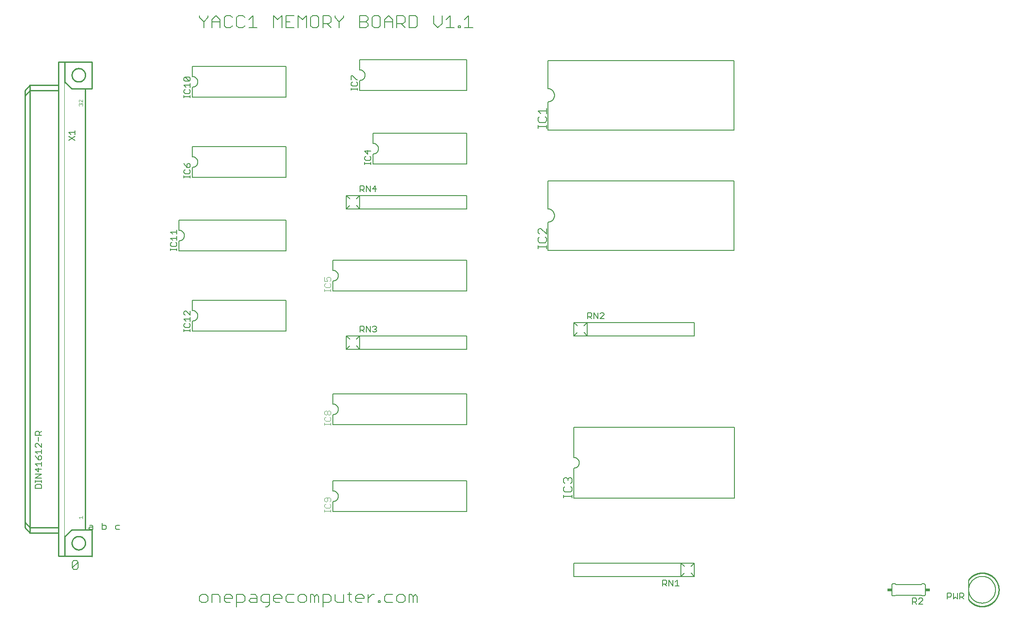
<source format=gbr>
G04 EAGLE Gerber RS-274X export*
G75*
%MOMM*%
%FSLAX34Y34*%
%LPD*%
%INSilkscreen Top*%
%IPPOS*%
%AMOC8*
5,1,8,0,0,1.08239X$1,22.5*%
G01*
%ADD10C,0.203200*%
%ADD11C,0.152400*%
%ADD12C,0.254000*%
%ADD13C,0.050800*%
%ADD14C,0.076200*%
%ADD15C,0.127000*%
%ADD16R,0.863600X0.609600*%
%ADD17C,0.177800*%
%ADD18C,0.101600*%


D10*
X255016Y1129304D02*
X255016Y1125406D01*
X262812Y1117610D01*
X270608Y1125406D01*
X270608Y1129304D01*
X262812Y1117610D02*
X262812Y1105916D01*
X278404Y1105916D02*
X278404Y1121508D01*
X286200Y1129304D01*
X293996Y1121508D01*
X293996Y1105916D01*
X293996Y1117610D02*
X278404Y1117610D01*
X313486Y1129304D02*
X317384Y1125406D01*
X313486Y1129304D02*
X305690Y1129304D01*
X301792Y1125406D01*
X301792Y1109814D01*
X305690Y1105916D01*
X313486Y1105916D01*
X317384Y1109814D01*
X336874Y1129304D02*
X340772Y1125406D01*
X336874Y1129304D02*
X329078Y1129304D01*
X325180Y1125406D01*
X325180Y1109814D01*
X329078Y1105916D01*
X336874Y1105916D01*
X340772Y1109814D01*
X348568Y1121508D02*
X356364Y1129304D01*
X356364Y1105916D01*
X348568Y1105916D02*
X364160Y1105916D01*
X395344Y1105916D02*
X395344Y1129304D01*
X403140Y1121508D01*
X410936Y1129304D01*
X410936Y1105916D01*
X418732Y1129304D02*
X434324Y1129304D01*
X418732Y1129304D02*
X418732Y1105916D01*
X434324Y1105916D01*
X426528Y1117610D02*
X418732Y1117610D01*
X442120Y1105916D02*
X442120Y1129304D01*
X449916Y1121508D01*
X457712Y1129304D01*
X457712Y1105916D01*
X469406Y1129304D02*
X477202Y1129304D01*
X469406Y1129304D02*
X465508Y1125406D01*
X465508Y1109814D01*
X469406Y1105916D01*
X477202Y1105916D01*
X481100Y1109814D01*
X481100Y1125406D01*
X477202Y1129304D01*
X488896Y1129304D02*
X488896Y1105916D01*
X488896Y1129304D02*
X500590Y1129304D01*
X504488Y1125406D01*
X504488Y1117610D01*
X500590Y1113712D01*
X488896Y1113712D01*
X496692Y1113712D02*
X504488Y1105916D01*
X512284Y1125406D02*
X512284Y1129304D01*
X512284Y1125406D02*
X520080Y1117610D01*
X527876Y1125406D01*
X527876Y1129304D01*
X520080Y1117610D02*
X520080Y1105916D01*
X559060Y1105916D02*
X559060Y1129304D01*
X570754Y1129304D01*
X574652Y1125406D01*
X574652Y1121508D01*
X570754Y1117610D01*
X574652Y1113712D01*
X574652Y1109814D01*
X570754Y1105916D01*
X559060Y1105916D01*
X559060Y1117610D02*
X570754Y1117610D01*
X586346Y1129304D02*
X594142Y1129304D01*
X586346Y1129304D02*
X582448Y1125406D01*
X582448Y1109814D01*
X586346Y1105916D01*
X594142Y1105916D01*
X598040Y1109814D01*
X598040Y1125406D01*
X594142Y1129304D01*
X605836Y1121508D02*
X605836Y1105916D01*
X605836Y1121508D02*
X613632Y1129304D01*
X621428Y1121508D01*
X621428Y1105916D01*
X621428Y1117610D02*
X605836Y1117610D01*
X629224Y1105916D02*
X629224Y1129304D01*
X640917Y1129304D01*
X644815Y1125406D01*
X644815Y1117610D01*
X640917Y1113712D01*
X629224Y1113712D01*
X637019Y1113712D02*
X644815Y1105916D01*
X652611Y1105916D02*
X652611Y1129304D01*
X652611Y1105916D02*
X664305Y1105916D01*
X668203Y1109814D01*
X668203Y1125406D01*
X664305Y1129304D01*
X652611Y1129304D01*
X699387Y1129304D02*
X699387Y1113712D01*
X707183Y1105916D01*
X714979Y1113712D01*
X714979Y1129304D01*
X722775Y1121508D02*
X730571Y1129304D01*
X730571Y1105916D01*
X722775Y1105916D02*
X738367Y1105916D01*
X746163Y1105916D02*
X746163Y1109814D01*
X750061Y1109814D01*
X750061Y1105916D01*
X746163Y1105916D01*
X757857Y1121508D02*
X765653Y1129304D01*
X765653Y1105916D01*
X757857Y1105916D02*
X773449Y1105916D01*
X266710Y13716D02*
X258914Y13716D01*
X266710Y13716D02*
X270608Y17614D01*
X270608Y25410D01*
X266710Y29308D01*
X258914Y29308D01*
X255016Y25410D01*
X255016Y17614D01*
X258914Y13716D01*
X278404Y13716D02*
X278404Y29308D01*
X290098Y29308D01*
X293996Y25410D01*
X293996Y13716D01*
X305690Y13716D02*
X313486Y13716D01*
X305690Y13716D02*
X301792Y17614D01*
X301792Y25410D01*
X305690Y29308D01*
X313486Y29308D01*
X317384Y25410D01*
X317384Y21512D01*
X301792Y21512D01*
X325180Y29308D02*
X325180Y5920D01*
X325180Y29308D02*
X336874Y29308D01*
X340772Y25410D01*
X340772Y17614D01*
X336874Y13716D01*
X325180Y13716D01*
X352466Y29308D02*
X360262Y29308D01*
X364160Y25410D01*
X364160Y13716D01*
X352466Y13716D01*
X348568Y17614D01*
X352466Y21512D01*
X364160Y21512D01*
X379752Y5920D02*
X383650Y5920D01*
X387548Y9818D01*
X387548Y29308D01*
X375854Y29308D01*
X371956Y25410D01*
X371956Y17614D01*
X375854Y13716D01*
X387548Y13716D01*
X399242Y13716D02*
X407038Y13716D01*
X399242Y13716D02*
X395344Y17614D01*
X395344Y25410D01*
X399242Y29308D01*
X407038Y29308D01*
X410936Y25410D01*
X410936Y21512D01*
X395344Y21512D01*
X422630Y29308D02*
X434324Y29308D01*
X422630Y29308D02*
X418732Y25410D01*
X418732Y17614D01*
X422630Y13716D01*
X434324Y13716D01*
X446018Y13716D02*
X453814Y13716D01*
X457712Y17614D01*
X457712Y25410D01*
X453814Y29308D01*
X446018Y29308D01*
X442120Y25410D01*
X442120Y17614D01*
X446018Y13716D01*
X465508Y13716D02*
X465508Y29308D01*
X469406Y29308D01*
X473304Y25410D01*
X473304Y13716D01*
X473304Y25410D02*
X477202Y29308D01*
X481100Y25410D01*
X481100Y13716D01*
X488896Y5920D02*
X488896Y29308D01*
X500590Y29308D01*
X504488Y25410D01*
X504488Y17614D01*
X500590Y13716D01*
X488896Y13716D01*
X512284Y17614D02*
X512284Y29308D01*
X512284Y17614D02*
X516182Y13716D01*
X527876Y13716D01*
X527876Y29308D01*
X539570Y33206D02*
X539570Y17614D01*
X543468Y13716D01*
X543468Y29308D02*
X535672Y29308D01*
X555162Y13716D02*
X562958Y13716D01*
X555162Y13716D02*
X551264Y17614D01*
X551264Y25410D01*
X555162Y29308D01*
X562958Y29308D01*
X566856Y25410D01*
X566856Y21512D01*
X551264Y21512D01*
X574652Y13716D02*
X574652Y29308D01*
X574652Y21512D02*
X582448Y29308D01*
X586346Y29308D01*
X594142Y17614D02*
X594142Y13716D01*
X594142Y17614D02*
X598040Y17614D01*
X598040Y13716D01*
X594142Y13716D01*
X609733Y29308D02*
X621427Y29308D01*
X609733Y29308D02*
X605836Y25410D01*
X605836Y17614D01*
X609733Y13716D01*
X621427Y13716D01*
X633121Y13716D02*
X640917Y13716D01*
X644815Y17614D01*
X644815Y25410D01*
X640917Y29308D01*
X633121Y29308D01*
X629223Y25410D01*
X629223Y17614D01*
X633121Y13716D01*
X652611Y13716D02*
X652611Y29308D01*
X656509Y29308D01*
X660407Y25410D01*
X660407Y13716D01*
X660407Y25410D02*
X664305Y29308D01*
X668203Y25410D01*
X668203Y13716D01*
D11*
X13462Y79674D02*
X13462Y90520D01*
X16174Y93232D01*
X21597Y93232D01*
X24309Y90520D01*
X24309Y79674D01*
X21597Y76962D01*
X16174Y76962D01*
X13462Y79674D01*
X24309Y90520D01*
D12*
X-76200Y986790D02*
X-67310Y996950D01*
X-12700Y996950D01*
X-13970Y986790D02*
X-67310Y986790D01*
X-76200Y986790D02*
X-76200Y976630D01*
X-76200Y166370D01*
X-76200Y156210D01*
X-67310Y156210D02*
X-13970Y156210D01*
X-67310Y146050D02*
X-76200Y156210D01*
X-67310Y146050D02*
X-12700Y146050D01*
D13*
X-2200Y102900D02*
X-2200Y1041370D01*
D12*
X-12600Y1041370D02*
X-12600Y102900D01*
X-12700Y102000D02*
X50800Y101999D01*
X50800Y1041400D02*
X-1270Y1041400D01*
X-12700Y1041400D01*
X50800Y101999D02*
X50800Y101601D01*
X50800Y101999D02*
X50800Y152400D01*
X38100Y152400D01*
X12700Y152400D01*
X-1270Y139700D01*
X50800Y990600D02*
X50800Y1041400D01*
X50800Y990600D02*
X38100Y990600D01*
X12700Y990600D01*
X-1270Y1003300D01*
X38100Y990600D02*
X38100Y152400D01*
X-67310Y156210D02*
X-76200Y166370D01*
X-67310Y986790D02*
X-67310Y996950D01*
X-67310Y986790D02*
X-67310Y156210D01*
X-67310Y146050D01*
X-76200Y976630D02*
X-67310Y986790D01*
X-1270Y139700D02*
X-1270Y102870D01*
X-1270Y1003300D02*
X-1270Y1041400D01*
X12700Y1016064D02*
X12704Y1016376D01*
X12715Y1016687D01*
X12734Y1016998D01*
X12761Y1017309D01*
X12796Y1017619D01*
X12837Y1017927D01*
X12887Y1018235D01*
X12944Y1018542D01*
X13009Y1018847D01*
X13081Y1019150D01*
X13160Y1019451D01*
X13247Y1019751D01*
X13341Y1020048D01*
X13442Y1020343D01*
X13551Y1020635D01*
X13667Y1020924D01*
X13790Y1021211D01*
X13919Y1021494D01*
X14056Y1021774D01*
X14200Y1022051D01*
X14350Y1022324D01*
X14507Y1022593D01*
X14670Y1022858D01*
X14840Y1023120D01*
X15017Y1023377D01*
X15199Y1023629D01*
X15388Y1023877D01*
X15583Y1024121D01*
X15783Y1024359D01*
X15990Y1024593D01*
X16202Y1024821D01*
X16420Y1025044D01*
X16643Y1025262D01*
X16871Y1025474D01*
X17105Y1025681D01*
X17343Y1025881D01*
X17587Y1026076D01*
X17835Y1026265D01*
X18087Y1026447D01*
X18344Y1026624D01*
X18606Y1026794D01*
X18871Y1026957D01*
X19140Y1027114D01*
X19413Y1027264D01*
X19690Y1027408D01*
X19970Y1027545D01*
X20253Y1027674D01*
X20540Y1027797D01*
X20829Y1027913D01*
X21121Y1028022D01*
X21416Y1028123D01*
X21713Y1028217D01*
X22013Y1028304D01*
X22314Y1028383D01*
X22617Y1028455D01*
X22922Y1028520D01*
X23229Y1028577D01*
X23537Y1028627D01*
X23845Y1028668D01*
X24155Y1028703D01*
X24466Y1028730D01*
X24777Y1028749D01*
X25088Y1028760D01*
X25400Y1028764D01*
X25712Y1028760D01*
X26023Y1028749D01*
X26334Y1028730D01*
X26645Y1028703D01*
X26955Y1028668D01*
X27263Y1028627D01*
X27571Y1028577D01*
X27878Y1028520D01*
X28183Y1028455D01*
X28486Y1028383D01*
X28787Y1028304D01*
X29087Y1028217D01*
X29384Y1028123D01*
X29679Y1028022D01*
X29971Y1027913D01*
X30260Y1027797D01*
X30547Y1027674D01*
X30830Y1027545D01*
X31110Y1027408D01*
X31387Y1027264D01*
X31660Y1027114D01*
X31929Y1026957D01*
X32194Y1026794D01*
X32456Y1026624D01*
X32713Y1026447D01*
X32965Y1026265D01*
X33213Y1026076D01*
X33457Y1025881D01*
X33695Y1025681D01*
X33929Y1025474D01*
X34157Y1025262D01*
X34380Y1025044D01*
X34598Y1024821D01*
X34810Y1024593D01*
X35017Y1024359D01*
X35217Y1024121D01*
X35412Y1023877D01*
X35601Y1023629D01*
X35783Y1023377D01*
X35960Y1023120D01*
X36130Y1022858D01*
X36293Y1022593D01*
X36450Y1022324D01*
X36600Y1022051D01*
X36744Y1021774D01*
X36881Y1021494D01*
X37010Y1021211D01*
X37133Y1020924D01*
X37249Y1020635D01*
X37358Y1020343D01*
X37459Y1020048D01*
X37553Y1019751D01*
X37640Y1019451D01*
X37719Y1019150D01*
X37791Y1018847D01*
X37856Y1018542D01*
X37913Y1018235D01*
X37963Y1017927D01*
X38004Y1017619D01*
X38039Y1017309D01*
X38066Y1016998D01*
X38085Y1016687D01*
X38096Y1016376D01*
X38100Y1016064D01*
X38096Y1015752D01*
X38085Y1015441D01*
X38066Y1015130D01*
X38039Y1014819D01*
X38004Y1014509D01*
X37963Y1014201D01*
X37913Y1013893D01*
X37856Y1013586D01*
X37791Y1013281D01*
X37719Y1012978D01*
X37640Y1012677D01*
X37553Y1012377D01*
X37459Y1012080D01*
X37358Y1011785D01*
X37249Y1011493D01*
X37133Y1011204D01*
X37010Y1010917D01*
X36881Y1010634D01*
X36744Y1010354D01*
X36600Y1010077D01*
X36450Y1009804D01*
X36293Y1009535D01*
X36130Y1009270D01*
X35960Y1009008D01*
X35783Y1008751D01*
X35601Y1008499D01*
X35412Y1008251D01*
X35217Y1008007D01*
X35017Y1007769D01*
X34810Y1007535D01*
X34598Y1007307D01*
X34380Y1007084D01*
X34157Y1006866D01*
X33929Y1006654D01*
X33695Y1006447D01*
X33457Y1006247D01*
X33213Y1006052D01*
X32965Y1005863D01*
X32713Y1005681D01*
X32456Y1005504D01*
X32194Y1005334D01*
X31929Y1005171D01*
X31660Y1005014D01*
X31387Y1004864D01*
X31110Y1004720D01*
X30830Y1004583D01*
X30547Y1004454D01*
X30260Y1004331D01*
X29971Y1004215D01*
X29679Y1004106D01*
X29384Y1004005D01*
X29087Y1003911D01*
X28787Y1003824D01*
X28486Y1003745D01*
X28183Y1003673D01*
X27878Y1003608D01*
X27571Y1003551D01*
X27263Y1003501D01*
X26955Y1003460D01*
X26645Y1003425D01*
X26334Y1003398D01*
X26023Y1003379D01*
X25712Y1003368D01*
X25400Y1003364D01*
X25088Y1003368D01*
X24777Y1003379D01*
X24466Y1003398D01*
X24155Y1003425D01*
X23845Y1003460D01*
X23537Y1003501D01*
X23229Y1003551D01*
X22922Y1003608D01*
X22617Y1003673D01*
X22314Y1003745D01*
X22013Y1003824D01*
X21713Y1003911D01*
X21416Y1004005D01*
X21121Y1004106D01*
X20829Y1004215D01*
X20540Y1004331D01*
X20253Y1004454D01*
X19970Y1004583D01*
X19690Y1004720D01*
X19413Y1004864D01*
X19140Y1005014D01*
X18871Y1005171D01*
X18606Y1005334D01*
X18344Y1005504D01*
X18087Y1005681D01*
X17835Y1005863D01*
X17587Y1006052D01*
X17343Y1006247D01*
X17105Y1006447D01*
X16871Y1006654D01*
X16643Y1006866D01*
X16420Y1007084D01*
X16202Y1007307D01*
X15990Y1007535D01*
X15783Y1007769D01*
X15583Y1008007D01*
X15388Y1008251D01*
X15199Y1008499D01*
X15017Y1008751D01*
X14840Y1009008D01*
X14670Y1009270D01*
X14507Y1009535D01*
X14350Y1009804D01*
X14200Y1010077D01*
X14056Y1010354D01*
X13919Y1010634D01*
X13790Y1010917D01*
X13667Y1011204D01*
X13551Y1011493D01*
X13442Y1011785D01*
X13341Y1012080D01*
X13247Y1012377D01*
X13160Y1012677D01*
X13081Y1012978D01*
X13009Y1013281D01*
X12944Y1013586D01*
X12887Y1013893D01*
X12837Y1014201D01*
X12796Y1014509D01*
X12761Y1014819D01*
X12734Y1015130D01*
X12715Y1015441D01*
X12704Y1015752D01*
X12700Y1016064D01*
X12700Y126936D02*
X12704Y127248D01*
X12715Y127559D01*
X12734Y127870D01*
X12761Y128181D01*
X12796Y128491D01*
X12837Y128799D01*
X12887Y129107D01*
X12944Y129414D01*
X13009Y129719D01*
X13081Y130022D01*
X13160Y130323D01*
X13247Y130623D01*
X13341Y130920D01*
X13442Y131215D01*
X13551Y131507D01*
X13667Y131796D01*
X13790Y132083D01*
X13919Y132366D01*
X14056Y132646D01*
X14200Y132923D01*
X14350Y133196D01*
X14507Y133465D01*
X14670Y133730D01*
X14840Y133992D01*
X15017Y134249D01*
X15199Y134501D01*
X15388Y134749D01*
X15583Y134993D01*
X15783Y135231D01*
X15990Y135465D01*
X16202Y135693D01*
X16420Y135916D01*
X16643Y136134D01*
X16871Y136346D01*
X17105Y136553D01*
X17343Y136753D01*
X17587Y136948D01*
X17835Y137137D01*
X18087Y137319D01*
X18344Y137496D01*
X18606Y137666D01*
X18871Y137829D01*
X19140Y137986D01*
X19413Y138136D01*
X19690Y138280D01*
X19970Y138417D01*
X20253Y138546D01*
X20540Y138669D01*
X20829Y138785D01*
X21121Y138894D01*
X21416Y138995D01*
X21713Y139089D01*
X22013Y139176D01*
X22314Y139255D01*
X22617Y139327D01*
X22922Y139392D01*
X23229Y139449D01*
X23537Y139499D01*
X23845Y139540D01*
X24155Y139575D01*
X24466Y139602D01*
X24777Y139621D01*
X25088Y139632D01*
X25400Y139636D01*
X25712Y139632D01*
X26023Y139621D01*
X26334Y139602D01*
X26645Y139575D01*
X26955Y139540D01*
X27263Y139499D01*
X27571Y139449D01*
X27878Y139392D01*
X28183Y139327D01*
X28486Y139255D01*
X28787Y139176D01*
X29087Y139089D01*
X29384Y138995D01*
X29679Y138894D01*
X29971Y138785D01*
X30260Y138669D01*
X30547Y138546D01*
X30830Y138417D01*
X31110Y138280D01*
X31387Y138136D01*
X31660Y137986D01*
X31929Y137829D01*
X32194Y137666D01*
X32456Y137496D01*
X32713Y137319D01*
X32965Y137137D01*
X33213Y136948D01*
X33457Y136753D01*
X33695Y136553D01*
X33929Y136346D01*
X34157Y136134D01*
X34380Y135916D01*
X34598Y135693D01*
X34810Y135465D01*
X35017Y135231D01*
X35217Y134993D01*
X35412Y134749D01*
X35601Y134501D01*
X35783Y134249D01*
X35960Y133992D01*
X36130Y133730D01*
X36293Y133465D01*
X36450Y133196D01*
X36600Y132923D01*
X36744Y132646D01*
X36881Y132366D01*
X37010Y132083D01*
X37133Y131796D01*
X37249Y131507D01*
X37358Y131215D01*
X37459Y130920D01*
X37553Y130623D01*
X37640Y130323D01*
X37719Y130022D01*
X37791Y129719D01*
X37856Y129414D01*
X37913Y129107D01*
X37963Y128799D01*
X38004Y128491D01*
X38039Y128181D01*
X38066Y127870D01*
X38085Y127559D01*
X38096Y127248D01*
X38100Y126936D01*
X38096Y126624D01*
X38085Y126313D01*
X38066Y126002D01*
X38039Y125691D01*
X38004Y125381D01*
X37963Y125073D01*
X37913Y124765D01*
X37856Y124458D01*
X37791Y124153D01*
X37719Y123850D01*
X37640Y123549D01*
X37553Y123249D01*
X37459Y122952D01*
X37358Y122657D01*
X37249Y122365D01*
X37133Y122076D01*
X37010Y121789D01*
X36881Y121506D01*
X36744Y121226D01*
X36600Y120949D01*
X36450Y120676D01*
X36293Y120407D01*
X36130Y120142D01*
X35960Y119880D01*
X35783Y119623D01*
X35601Y119371D01*
X35412Y119123D01*
X35217Y118879D01*
X35017Y118641D01*
X34810Y118407D01*
X34598Y118179D01*
X34380Y117956D01*
X34157Y117738D01*
X33929Y117526D01*
X33695Y117319D01*
X33457Y117119D01*
X33213Y116924D01*
X32965Y116735D01*
X32713Y116553D01*
X32456Y116376D01*
X32194Y116206D01*
X31929Y116043D01*
X31660Y115886D01*
X31387Y115736D01*
X31110Y115592D01*
X30830Y115455D01*
X30547Y115326D01*
X30260Y115203D01*
X29971Y115087D01*
X29679Y114978D01*
X29384Y114877D01*
X29087Y114783D01*
X28787Y114696D01*
X28486Y114617D01*
X28183Y114545D01*
X27878Y114480D01*
X27571Y114423D01*
X27263Y114373D01*
X26955Y114332D01*
X26645Y114297D01*
X26334Y114270D01*
X26023Y114251D01*
X25712Y114240D01*
X25400Y114236D01*
X25088Y114240D01*
X24777Y114251D01*
X24466Y114270D01*
X24155Y114297D01*
X23845Y114332D01*
X23537Y114373D01*
X23229Y114423D01*
X22922Y114480D01*
X22617Y114545D01*
X22314Y114617D01*
X22013Y114696D01*
X21713Y114783D01*
X21416Y114877D01*
X21121Y114978D01*
X20829Y115087D01*
X20540Y115203D01*
X20253Y115326D01*
X19970Y115455D01*
X19690Y115592D01*
X19413Y115736D01*
X19140Y115886D01*
X18871Y116043D01*
X18606Y116206D01*
X18344Y116376D01*
X18087Y116553D01*
X17835Y116735D01*
X17587Y116924D01*
X17343Y117119D01*
X17105Y117319D01*
X16871Y117526D01*
X16643Y117738D01*
X16420Y117956D01*
X16202Y118179D01*
X15990Y118407D01*
X15783Y118641D01*
X15583Y118879D01*
X15388Y119123D01*
X15199Y119371D01*
X15017Y119623D01*
X14840Y119880D01*
X14670Y120142D01*
X14507Y120407D01*
X14350Y120676D01*
X14200Y120949D01*
X14056Y121226D01*
X13919Y121506D01*
X13790Y121789D01*
X13667Y122076D01*
X13551Y122365D01*
X13442Y122657D01*
X13341Y122952D01*
X13247Y123249D01*
X13160Y123549D01*
X13081Y123850D01*
X13009Y124153D01*
X12944Y124458D01*
X12887Y124765D01*
X12837Y125073D01*
X12796Y125381D01*
X12761Y125691D01*
X12734Y126002D01*
X12715Y126313D01*
X12704Y126624D01*
X12700Y126936D01*
D14*
X28232Y173237D02*
X25775Y175694D01*
X33147Y175694D01*
X33147Y173237D02*
X33147Y178152D01*
D15*
X46728Y160662D02*
X50541Y160662D01*
X52448Y158755D01*
X52448Y153035D01*
X46728Y153035D01*
X44821Y154942D01*
X46728Y156848D01*
X52448Y156848D01*
X70221Y153035D02*
X70221Y164475D01*
X70221Y153035D02*
X75941Y153035D01*
X77848Y154942D01*
X77848Y158755D01*
X75941Y160662D01*
X70221Y160662D01*
X97528Y160662D02*
X103248Y160662D01*
X97528Y160662D02*
X95621Y158755D01*
X95621Y154942D01*
X97528Y153035D01*
X103248Y153035D01*
D14*
X27003Y956963D02*
X25775Y958191D01*
X25775Y960649D01*
X27003Y961878D01*
X28232Y961878D01*
X29461Y960649D01*
X29461Y959420D01*
X29461Y960649D02*
X30690Y961878D01*
X31918Y961878D01*
X33147Y960649D01*
X33147Y958191D01*
X31918Y956963D01*
X33147Y964447D02*
X33147Y969362D01*
X33147Y964447D02*
X28232Y969362D01*
X27003Y969362D01*
X25775Y968133D01*
X25775Y965676D01*
X27003Y964447D01*
D15*
X-45085Y230493D02*
X-56525Y230493D01*
X-45085Y230493D02*
X-45085Y236213D01*
X-46992Y238120D01*
X-54618Y238120D01*
X-56525Y236213D01*
X-56525Y230493D01*
X-45085Y242187D02*
X-45085Y246000D01*
X-45085Y244094D02*
X-56525Y244094D01*
X-56525Y246000D02*
X-56525Y242187D01*
X-56525Y249983D02*
X-45085Y249983D01*
X-45085Y257610D02*
X-56525Y249983D01*
X-56525Y257610D02*
X-45085Y257610D01*
X-45085Y267397D02*
X-56525Y267397D01*
X-50805Y261677D01*
X-50805Y269303D01*
X-52712Y273371D02*
X-56525Y277184D01*
X-45085Y277184D01*
X-45085Y273371D02*
X-45085Y280997D01*
X-54618Y288878D02*
X-56525Y292691D01*
X-54618Y288878D02*
X-50805Y285065D01*
X-46992Y285065D01*
X-45085Y286972D01*
X-45085Y290785D01*
X-46992Y292691D01*
X-48898Y292691D01*
X-50805Y290785D01*
X-50805Y285065D01*
X-52712Y296759D02*
X-56525Y300572D01*
X-45085Y300572D01*
X-45085Y296759D02*
X-45085Y304385D01*
X-45085Y308453D02*
X-45085Y316079D01*
X-45085Y308453D02*
X-52712Y316079D01*
X-54618Y316079D01*
X-56525Y314173D01*
X-56525Y310359D01*
X-54618Y308453D01*
X-50805Y320147D02*
X-50805Y327773D01*
X-45085Y331841D02*
X-56525Y331841D01*
X-56525Y337561D01*
X-54618Y339467D01*
X-50805Y339467D01*
X-48898Y337561D01*
X-48898Y331841D01*
X-48898Y335654D02*
X-45085Y339467D01*
X6975Y891647D02*
X18415Y899274D01*
X18415Y891647D02*
X6975Y899274D01*
X10789Y903341D02*
X6975Y907154D01*
X18415Y907154D01*
X18415Y903341D02*
X18415Y910968D01*
D10*
X1714500Y57150D02*
X1714500Y19050D01*
D12*
X1714974Y18434D01*
X1715463Y17829D01*
X1715967Y17237D01*
X1716485Y16657D01*
X1717017Y16090D01*
X1717563Y15536D01*
X1718122Y14996D01*
X1718695Y14470D01*
X1719280Y13957D01*
X1719877Y13460D01*
X1720486Y12977D01*
X1721107Y12509D01*
X1721740Y12056D01*
X1722383Y11619D01*
X1723037Y11198D01*
X1723701Y10794D01*
X1724374Y10405D01*
X1725057Y10033D01*
X1725749Y9678D01*
X1726449Y9340D01*
X1727157Y9019D01*
X1727873Y8716D01*
X1728597Y8430D01*
X1729326Y8162D01*
X1730063Y7912D01*
X1730805Y7681D01*
X1731553Y7467D01*
X1732305Y7272D01*
X1733063Y7095D01*
X1733824Y6937D01*
X1734589Y6797D01*
X1735357Y6677D01*
X1736128Y6575D01*
X1736901Y6492D01*
X1737676Y6428D01*
X1738452Y6383D01*
X1739229Y6357D01*
X1740007Y6350D01*
X1740784Y6362D01*
X1741561Y6393D01*
X1742337Y6444D01*
X1743112Y6513D01*
X1743884Y6601D01*
X1744654Y6708D01*
X1745422Y6834D01*
X1746186Y6978D01*
X1746946Y7142D01*
X1747702Y7324D01*
X1748453Y7524D01*
X1749200Y7742D01*
X1749940Y7979D01*
X1750675Y8234D01*
X1751403Y8507D01*
X1752124Y8798D01*
X1752838Y9106D01*
X1753544Y9431D01*
X1754242Y9774D01*
X1754932Y10134D01*
X1755612Y10510D01*
X1756283Y10903D01*
X1756944Y11313D01*
X1757595Y11738D01*
X1758235Y12179D01*
X1758864Y12636D01*
X1759482Y13108D01*
X1760088Y13595D01*
X1760682Y14097D01*
X1761264Y14613D01*
X1761833Y15143D01*
X1762388Y15687D01*
X1762931Y16245D01*
X1763459Y16815D01*
X1763973Y17398D01*
X1764473Y17994D01*
X1764958Y18602D01*
X1765428Y19221D01*
X1765882Y19852D01*
X1766321Y20494D01*
X1766745Y21146D01*
X1767152Y21809D01*
X1767543Y22481D01*
X1767917Y23163D01*
X1768274Y23853D01*
X1768614Y24552D01*
X1768938Y25260D01*
X1769243Y25974D01*
X1769532Y26697D01*
X1769802Y27426D01*
X1770054Y28161D01*
X1770289Y28903D01*
X1770505Y29650D01*
X1770703Y30402D01*
X1770882Y31158D01*
X1771043Y31919D01*
X1771185Y32683D01*
X1771308Y33451D01*
X1771412Y34222D01*
X1771498Y34995D01*
X1771564Y35769D01*
X1771612Y36545D01*
X1771640Y37322D01*
X1771650Y38100D01*
X1771640Y38878D01*
X1771612Y39655D01*
X1771564Y40431D01*
X1771498Y41205D01*
X1771412Y41978D01*
X1771308Y42749D01*
X1771185Y43517D01*
X1771043Y44281D01*
X1770882Y45042D01*
X1770703Y45798D01*
X1770505Y46550D01*
X1770289Y47297D01*
X1770054Y48039D01*
X1769802Y48774D01*
X1769532Y49503D01*
X1769243Y50226D01*
X1768938Y50940D01*
X1768614Y51648D01*
X1768274Y52347D01*
X1767917Y53037D01*
X1767543Y53719D01*
X1767152Y54391D01*
X1766745Y55054D01*
X1766321Y55706D01*
X1765882Y56348D01*
X1765428Y56979D01*
X1764958Y57598D01*
X1764473Y58206D01*
X1763973Y58802D01*
X1763459Y59385D01*
X1762931Y59955D01*
X1762388Y60513D01*
X1761833Y61057D01*
X1761264Y61587D01*
X1760682Y62103D01*
X1760088Y62605D01*
X1759482Y63092D01*
X1758864Y63564D01*
X1758235Y64021D01*
X1757595Y64462D01*
X1756944Y64887D01*
X1756283Y65297D01*
X1755612Y65690D01*
X1754932Y66066D01*
X1754242Y66426D01*
X1753544Y66769D01*
X1752838Y67094D01*
X1752124Y67402D01*
X1751403Y67693D01*
X1750675Y67966D01*
X1749940Y68221D01*
X1749200Y68458D01*
X1748453Y68676D01*
X1747702Y68876D01*
X1746946Y69058D01*
X1746186Y69222D01*
X1745422Y69366D01*
X1744654Y69492D01*
X1743884Y69599D01*
X1743112Y69687D01*
X1742337Y69756D01*
X1741561Y69807D01*
X1740784Y69838D01*
X1740007Y69850D01*
X1739229Y69843D01*
X1738452Y69817D01*
X1737676Y69772D01*
X1736901Y69708D01*
X1736128Y69625D01*
X1735357Y69523D01*
X1734589Y69403D01*
X1733824Y69263D01*
X1733063Y69105D01*
X1732305Y68928D01*
X1731553Y68733D01*
X1730805Y68519D01*
X1730063Y68288D01*
X1729326Y68038D01*
X1728597Y67770D01*
X1727873Y67484D01*
X1727157Y67181D01*
X1726449Y66860D01*
X1725749Y66522D01*
X1725057Y66167D01*
X1724374Y65795D01*
X1723701Y65406D01*
X1723037Y65002D01*
X1722383Y64581D01*
X1721740Y64144D01*
X1721107Y63691D01*
X1720486Y63223D01*
X1719877Y62740D01*
X1719280Y62243D01*
X1718695Y61730D01*
X1718122Y61204D01*
X1717563Y60664D01*
X1717017Y60110D01*
X1716485Y59543D01*
X1715967Y58963D01*
X1715463Y58371D01*
X1714974Y57766D01*
X1714500Y57150D01*
D11*
X1714500Y38100D02*
X1714508Y38723D01*
X1714531Y39346D01*
X1714569Y39969D01*
X1714622Y40590D01*
X1714691Y41209D01*
X1714775Y41827D01*
X1714874Y42442D01*
X1714988Y43055D01*
X1715117Y43665D01*
X1715261Y44272D01*
X1715420Y44875D01*
X1715594Y45473D01*
X1715782Y46068D01*
X1715985Y46657D01*
X1716202Y47241D01*
X1716433Y47820D01*
X1716679Y48393D01*
X1716939Y48960D01*
X1717212Y49520D01*
X1717499Y50073D01*
X1717800Y50620D01*
X1718114Y51158D01*
X1718441Y51689D01*
X1718781Y52211D01*
X1719133Y52726D01*
X1719499Y53231D01*
X1719876Y53727D01*
X1720266Y54214D01*
X1720667Y54691D01*
X1721080Y55158D01*
X1721504Y55614D01*
X1721939Y56061D01*
X1722386Y56496D01*
X1722842Y56920D01*
X1723309Y57333D01*
X1723786Y57734D01*
X1724273Y58124D01*
X1724769Y58501D01*
X1725274Y58867D01*
X1725789Y59219D01*
X1726311Y59559D01*
X1726842Y59886D01*
X1727380Y60200D01*
X1727927Y60501D01*
X1728480Y60788D01*
X1729040Y61061D01*
X1729607Y61321D01*
X1730180Y61567D01*
X1730759Y61798D01*
X1731343Y62015D01*
X1731932Y62218D01*
X1732527Y62406D01*
X1733125Y62580D01*
X1733728Y62739D01*
X1734335Y62883D01*
X1734945Y63012D01*
X1735558Y63126D01*
X1736173Y63225D01*
X1736791Y63309D01*
X1737410Y63378D01*
X1738031Y63431D01*
X1738654Y63469D01*
X1739277Y63492D01*
X1739900Y63500D01*
X1740523Y63492D01*
X1741146Y63469D01*
X1741769Y63431D01*
X1742390Y63378D01*
X1743009Y63309D01*
X1743627Y63225D01*
X1744242Y63126D01*
X1744855Y63012D01*
X1745465Y62883D01*
X1746072Y62739D01*
X1746675Y62580D01*
X1747273Y62406D01*
X1747868Y62218D01*
X1748457Y62015D01*
X1749041Y61798D01*
X1749620Y61567D01*
X1750193Y61321D01*
X1750760Y61061D01*
X1751320Y60788D01*
X1751873Y60501D01*
X1752420Y60200D01*
X1752958Y59886D01*
X1753489Y59559D01*
X1754011Y59219D01*
X1754526Y58867D01*
X1755031Y58501D01*
X1755527Y58124D01*
X1756014Y57734D01*
X1756491Y57333D01*
X1756958Y56920D01*
X1757414Y56496D01*
X1757861Y56061D01*
X1758296Y55614D01*
X1758720Y55158D01*
X1759133Y54691D01*
X1759534Y54214D01*
X1759924Y53727D01*
X1760301Y53231D01*
X1760667Y52726D01*
X1761019Y52211D01*
X1761359Y51689D01*
X1761686Y51158D01*
X1762000Y50620D01*
X1762301Y50073D01*
X1762588Y49520D01*
X1762861Y48960D01*
X1763121Y48393D01*
X1763367Y47820D01*
X1763598Y47241D01*
X1763815Y46657D01*
X1764018Y46068D01*
X1764206Y45473D01*
X1764380Y44875D01*
X1764539Y44272D01*
X1764683Y43665D01*
X1764812Y43055D01*
X1764926Y42442D01*
X1765025Y41827D01*
X1765109Y41209D01*
X1765178Y40590D01*
X1765231Y39969D01*
X1765269Y39346D01*
X1765292Y38723D01*
X1765300Y38100D01*
X1765292Y37477D01*
X1765269Y36854D01*
X1765231Y36231D01*
X1765178Y35610D01*
X1765109Y34991D01*
X1765025Y34373D01*
X1764926Y33758D01*
X1764812Y33145D01*
X1764683Y32535D01*
X1764539Y31928D01*
X1764380Y31325D01*
X1764206Y30727D01*
X1764018Y30132D01*
X1763815Y29543D01*
X1763598Y28959D01*
X1763367Y28380D01*
X1763121Y27807D01*
X1762861Y27240D01*
X1762588Y26680D01*
X1762301Y26127D01*
X1762000Y25580D01*
X1761686Y25042D01*
X1761359Y24511D01*
X1761019Y23989D01*
X1760667Y23474D01*
X1760301Y22969D01*
X1759924Y22473D01*
X1759534Y21986D01*
X1759133Y21509D01*
X1758720Y21042D01*
X1758296Y20586D01*
X1757861Y20139D01*
X1757414Y19704D01*
X1756958Y19280D01*
X1756491Y18867D01*
X1756014Y18466D01*
X1755527Y18076D01*
X1755031Y17699D01*
X1754526Y17333D01*
X1754011Y16981D01*
X1753489Y16641D01*
X1752958Y16314D01*
X1752420Y16000D01*
X1751873Y15699D01*
X1751320Y15412D01*
X1750760Y15139D01*
X1750193Y14879D01*
X1749620Y14633D01*
X1749041Y14402D01*
X1748457Y14185D01*
X1747868Y13982D01*
X1747273Y13794D01*
X1746675Y13620D01*
X1746072Y13461D01*
X1745465Y13317D01*
X1744855Y13188D01*
X1744242Y13074D01*
X1743627Y12975D01*
X1743009Y12891D01*
X1742390Y12822D01*
X1741769Y12769D01*
X1741146Y12731D01*
X1740523Y12708D01*
X1739900Y12700D01*
X1739277Y12708D01*
X1738654Y12731D01*
X1738031Y12769D01*
X1737410Y12822D01*
X1736791Y12891D01*
X1736173Y12975D01*
X1735558Y13074D01*
X1734945Y13188D01*
X1734335Y13317D01*
X1733728Y13461D01*
X1733125Y13620D01*
X1732527Y13794D01*
X1731932Y13982D01*
X1731343Y14185D01*
X1730759Y14402D01*
X1730180Y14633D01*
X1729607Y14879D01*
X1729040Y15139D01*
X1728480Y15412D01*
X1727927Y15699D01*
X1727380Y16000D01*
X1726842Y16314D01*
X1726311Y16641D01*
X1725789Y16981D01*
X1725274Y17333D01*
X1724769Y17699D01*
X1724273Y18076D01*
X1723786Y18466D01*
X1723309Y18867D01*
X1722842Y19280D01*
X1722386Y19704D01*
X1721939Y20139D01*
X1721504Y20586D01*
X1721080Y21042D01*
X1720667Y21509D01*
X1720266Y21986D01*
X1719876Y22473D01*
X1719499Y22969D01*
X1719133Y23474D01*
X1718781Y23989D01*
X1718441Y24511D01*
X1718114Y25042D01*
X1717800Y25580D01*
X1717499Y26127D01*
X1717212Y26680D01*
X1716939Y27240D01*
X1716679Y27807D01*
X1716433Y28380D01*
X1716202Y28959D01*
X1715985Y29543D01*
X1715782Y30132D01*
X1715594Y30727D01*
X1715420Y31325D01*
X1715261Y31928D01*
X1715117Y32535D01*
X1714988Y33145D01*
X1714874Y33758D01*
X1714775Y34373D01*
X1714691Y34991D01*
X1714622Y35610D01*
X1714569Y36231D01*
X1714531Y36854D01*
X1714508Y37477D01*
X1714500Y38100D01*
D15*
X1673703Y32141D02*
X1673703Y20701D01*
X1673703Y32141D02*
X1679423Y32141D01*
X1681330Y30234D01*
X1681330Y26421D01*
X1679423Y24514D01*
X1673703Y24514D01*
X1685397Y20701D02*
X1685397Y32141D01*
X1689210Y24514D02*
X1685397Y20701D01*
X1689210Y24514D02*
X1693024Y20701D01*
X1693024Y32141D01*
X1697091Y32141D02*
X1697091Y20701D01*
X1697091Y32141D02*
X1702811Y32141D01*
X1704717Y30234D01*
X1704717Y26421D01*
X1702811Y24514D01*
X1697091Y24514D01*
X1700904Y24514D02*
X1704717Y20701D01*
D11*
X1631950Y29210D02*
X1631948Y29110D01*
X1631942Y29011D01*
X1631932Y28911D01*
X1631919Y28813D01*
X1631901Y28714D01*
X1631880Y28617D01*
X1631855Y28521D01*
X1631826Y28425D01*
X1631793Y28331D01*
X1631757Y28238D01*
X1631717Y28147D01*
X1631673Y28057D01*
X1631626Y27969D01*
X1631576Y27883D01*
X1631522Y27799D01*
X1631465Y27717D01*
X1631405Y27638D01*
X1631341Y27560D01*
X1631275Y27486D01*
X1631206Y27414D01*
X1631134Y27345D01*
X1631060Y27279D01*
X1630982Y27215D01*
X1630903Y27155D01*
X1630821Y27098D01*
X1630737Y27044D01*
X1630651Y26994D01*
X1630563Y26947D01*
X1630473Y26903D01*
X1630382Y26863D01*
X1630289Y26827D01*
X1630195Y26794D01*
X1630099Y26765D01*
X1630003Y26740D01*
X1629906Y26719D01*
X1629807Y26701D01*
X1629709Y26688D01*
X1629609Y26678D01*
X1629510Y26672D01*
X1629410Y26670D01*
X1631950Y46990D02*
X1631948Y47090D01*
X1631942Y47189D01*
X1631932Y47289D01*
X1631919Y47387D01*
X1631901Y47486D01*
X1631880Y47583D01*
X1631855Y47679D01*
X1631826Y47775D01*
X1631793Y47869D01*
X1631757Y47962D01*
X1631717Y48053D01*
X1631673Y48143D01*
X1631626Y48231D01*
X1631576Y48317D01*
X1631522Y48401D01*
X1631465Y48483D01*
X1631405Y48562D01*
X1631341Y48640D01*
X1631275Y48714D01*
X1631206Y48786D01*
X1631134Y48855D01*
X1631060Y48921D01*
X1630982Y48985D01*
X1630903Y49045D01*
X1630821Y49102D01*
X1630737Y49156D01*
X1630651Y49206D01*
X1630563Y49253D01*
X1630473Y49297D01*
X1630382Y49337D01*
X1630289Y49373D01*
X1630195Y49406D01*
X1630099Y49435D01*
X1630003Y49460D01*
X1629906Y49481D01*
X1629807Y49499D01*
X1629709Y49512D01*
X1629609Y49522D01*
X1629510Y49528D01*
X1629410Y49530D01*
X1570990Y49530D02*
X1570890Y49528D01*
X1570791Y49522D01*
X1570691Y49512D01*
X1570593Y49499D01*
X1570494Y49481D01*
X1570397Y49460D01*
X1570301Y49435D01*
X1570205Y49406D01*
X1570111Y49373D01*
X1570018Y49337D01*
X1569927Y49297D01*
X1569837Y49253D01*
X1569749Y49206D01*
X1569663Y49156D01*
X1569579Y49102D01*
X1569497Y49045D01*
X1569418Y48985D01*
X1569340Y48921D01*
X1569266Y48855D01*
X1569194Y48786D01*
X1569125Y48714D01*
X1569059Y48640D01*
X1568995Y48562D01*
X1568935Y48483D01*
X1568878Y48401D01*
X1568824Y48317D01*
X1568774Y48231D01*
X1568727Y48143D01*
X1568683Y48053D01*
X1568643Y47962D01*
X1568607Y47869D01*
X1568574Y47775D01*
X1568545Y47679D01*
X1568520Y47583D01*
X1568499Y47486D01*
X1568481Y47387D01*
X1568468Y47289D01*
X1568458Y47189D01*
X1568452Y47090D01*
X1568450Y46990D01*
X1568450Y29210D02*
X1568452Y29110D01*
X1568458Y29011D01*
X1568468Y28911D01*
X1568481Y28813D01*
X1568499Y28714D01*
X1568520Y28617D01*
X1568545Y28521D01*
X1568574Y28425D01*
X1568607Y28331D01*
X1568643Y28238D01*
X1568683Y28147D01*
X1568727Y28057D01*
X1568774Y27969D01*
X1568824Y27883D01*
X1568878Y27799D01*
X1568935Y27717D01*
X1568995Y27638D01*
X1569059Y27560D01*
X1569125Y27486D01*
X1569194Y27414D01*
X1569266Y27345D01*
X1569340Y27279D01*
X1569418Y27215D01*
X1569497Y27155D01*
X1569579Y27098D01*
X1569663Y27044D01*
X1569749Y26994D01*
X1569837Y26947D01*
X1569927Y26903D01*
X1570018Y26863D01*
X1570111Y26827D01*
X1570205Y26794D01*
X1570301Y26765D01*
X1570397Y26740D01*
X1570494Y26719D01*
X1570593Y26701D01*
X1570691Y26688D01*
X1570791Y26678D01*
X1570890Y26672D01*
X1570990Y26670D01*
X1631950Y29210D02*
X1631950Y46990D01*
X1629410Y26670D02*
X1625600Y26670D01*
X1624330Y27940D01*
X1625600Y49530D02*
X1629410Y49530D01*
X1625600Y49530D02*
X1624330Y48260D01*
X1576070Y27940D02*
X1574800Y26670D01*
X1576070Y27940D02*
X1624330Y27940D01*
X1576070Y48260D02*
X1574800Y49530D01*
X1576070Y48260D02*
X1624330Y48260D01*
X1574800Y26670D02*
X1570990Y26670D01*
X1570990Y49530D02*
X1574800Y49530D01*
X1568450Y46990D02*
X1568450Y29210D01*
D16*
X1564132Y38100D03*
X1636268Y38100D03*
D15*
X1607927Y22235D02*
X1607927Y10795D01*
X1607927Y22235D02*
X1613647Y22235D01*
X1615554Y20328D01*
X1615554Y16515D01*
X1613647Y14608D01*
X1607927Y14608D01*
X1611740Y14608D02*
X1615554Y10795D01*
X1619621Y10795D02*
X1627248Y10795D01*
X1619621Y10795D02*
X1627248Y18422D01*
X1627248Y20328D01*
X1625341Y22235D01*
X1621528Y22235D01*
X1619621Y20328D01*
D11*
X915670Y911860D02*
X915670Y965200D01*
X915979Y965204D01*
X916288Y965215D01*
X916597Y965234D01*
X916905Y965260D01*
X917213Y965294D01*
X917519Y965335D01*
X917825Y965384D01*
X918129Y965440D01*
X918431Y965504D01*
X918732Y965575D01*
X919032Y965653D01*
X919329Y965738D01*
X919624Y965831D01*
X919917Y965931D01*
X920207Y966038D01*
X920494Y966152D01*
X920779Y966273D01*
X921061Y966401D01*
X921339Y966535D01*
X921614Y966677D01*
X921886Y966825D01*
X922153Y966980D01*
X922417Y967141D01*
X922677Y967308D01*
X922933Y967482D01*
X923185Y967662D01*
X923432Y967848D01*
X923674Y968040D01*
X923912Y968238D01*
X924145Y968441D01*
X924373Y968651D01*
X924595Y968865D01*
X924813Y969085D01*
X925025Y969311D01*
X925231Y969541D01*
X925432Y969776D01*
X925627Y970016D01*
X925816Y970261D01*
X925999Y970510D01*
X926176Y970764D01*
X926346Y971022D01*
X926511Y971284D01*
X926669Y971550D01*
X926820Y971820D01*
X926965Y972093D01*
X927103Y972370D01*
X927234Y972650D01*
X927358Y972933D01*
X927476Y973219D01*
X927586Y973508D01*
X927690Y973799D01*
X927786Y974093D01*
X927875Y974389D01*
X927957Y974688D01*
X928032Y974988D01*
X928099Y975290D01*
X928159Y975593D01*
X928211Y975898D01*
X928256Y976204D01*
X928294Y976511D01*
X928324Y976819D01*
X928346Y977127D01*
X928362Y977436D01*
X928369Y977745D01*
X928369Y978055D01*
X928362Y978364D01*
X928346Y978673D01*
X928324Y978981D01*
X928294Y979289D01*
X928256Y979596D01*
X928211Y979902D01*
X928159Y980207D01*
X928099Y980510D01*
X928032Y980812D01*
X927957Y981112D01*
X927875Y981411D01*
X927786Y981707D01*
X927690Y982001D01*
X927586Y982292D01*
X927476Y982581D01*
X927358Y982867D01*
X927234Y983150D01*
X927103Y983430D01*
X926965Y983707D01*
X926820Y983980D01*
X926669Y984250D01*
X926511Y984516D01*
X926346Y984778D01*
X926176Y985036D01*
X925999Y985290D01*
X925816Y985539D01*
X925627Y985784D01*
X925432Y986024D01*
X925231Y986259D01*
X925025Y986489D01*
X924813Y986715D01*
X924595Y986935D01*
X924373Y987149D01*
X924145Y987359D01*
X923912Y987562D01*
X923674Y987760D01*
X923432Y987952D01*
X923185Y988138D01*
X922933Y988318D01*
X922677Y988492D01*
X922417Y988659D01*
X922153Y988820D01*
X921886Y988975D01*
X921614Y989123D01*
X921339Y989265D01*
X921061Y989399D01*
X920779Y989527D01*
X920494Y989648D01*
X920207Y989762D01*
X919917Y989869D01*
X919624Y989969D01*
X919329Y990062D01*
X919032Y990147D01*
X918732Y990225D01*
X918431Y990296D01*
X918129Y990360D01*
X917825Y990416D01*
X917519Y990465D01*
X917213Y990506D01*
X916905Y990540D01*
X916597Y990566D01*
X916288Y990585D01*
X915979Y990596D01*
X915670Y990600D01*
X1268730Y1043940D02*
X1268730Y911860D01*
X915670Y990600D02*
X915670Y1043940D01*
X1268730Y1043940D01*
X1268730Y911860D02*
X915670Y911860D01*
D17*
X913511Y915289D02*
X913511Y920628D01*
X913511Y917958D02*
X897495Y917958D01*
X897495Y915289D02*
X897495Y920628D01*
X897495Y934211D02*
X900165Y936881D01*
X897495Y934211D02*
X897495Y928873D01*
X900165Y926203D01*
X910842Y926203D01*
X913511Y928873D01*
X913511Y934211D01*
X910842Y936881D01*
X902834Y942575D02*
X897495Y947914D01*
X913511Y947914D01*
X913511Y953252D02*
X913511Y942575D01*
D11*
X915670Y736600D02*
X915670Y683260D01*
X915670Y736600D02*
X915979Y736604D01*
X916288Y736615D01*
X916597Y736634D01*
X916905Y736660D01*
X917213Y736694D01*
X917519Y736735D01*
X917825Y736784D01*
X918129Y736840D01*
X918431Y736904D01*
X918732Y736975D01*
X919032Y737053D01*
X919329Y737138D01*
X919624Y737231D01*
X919917Y737331D01*
X920207Y737438D01*
X920494Y737552D01*
X920779Y737673D01*
X921061Y737801D01*
X921339Y737935D01*
X921614Y738077D01*
X921886Y738225D01*
X922153Y738380D01*
X922417Y738541D01*
X922677Y738708D01*
X922933Y738882D01*
X923185Y739062D01*
X923432Y739248D01*
X923674Y739440D01*
X923912Y739638D01*
X924145Y739841D01*
X924373Y740051D01*
X924595Y740265D01*
X924813Y740485D01*
X925025Y740711D01*
X925231Y740941D01*
X925432Y741176D01*
X925627Y741416D01*
X925816Y741661D01*
X925999Y741910D01*
X926176Y742164D01*
X926346Y742422D01*
X926511Y742684D01*
X926669Y742950D01*
X926820Y743220D01*
X926965Y743493D01*
X927103Y743770D01*
X927234Y744050D01*
X927358Y744333D01*
X927476Y744619D01*
X927586Y744908D01*
X927690Y745199D01*
X927786Y745493D01*
X927875Y745789D01*
X927957Y746088D01*
X928032Y746388D01*
X928099Y746690D01*
X928159Y746993D01*
X928211Y747298D01*
X928256Y747604D01*
X928294Y747911D01*
X928324Y748219D01*
X928346Y748527D01*
X928362Y748836D01*
X928369Y749145D01*
X928369Y749455D01*
X928362Y749764D01*
X928346Y750073D01*
X928324Y750381D01*
X928294Y750689D01*
X928256Y750996D01*
X928211Y751302D01*
X928159Y751607D01*
X928099Y751910D01*
X928032Y752212D01*
X927957Y752512D01*
X927875Y752811D01*
X927786Y753107D01*
X927690Y753401D01*
X927586Y753692D01*
X927476Y753981D01*
X927358Y754267D01*
X927234Y754550D01*
X927103Y754830D01*
X926965Y755107D01*
X926820Y755380D01*
X926669Y755650D01*
X926511Y755916D01*
X926346Y756178D01*
X926176Y756436D01*
X925999Y756690D01*
X925816Y756939D01*
X925627Y757184D01*
X925432Y757424D01*
X925231Y757659D01*
X925025Y757889D01*
X924813Y758115D01*
X924595Y758335D01*
X924373Y758549D01*
X924145Y758759D01*
X923912Y758962D01*
X923674Y759160D01*
X923432Y759352D01*
X923185Y759538D01*
X922933Y759718D01*
X922677Y759892D01*
X922417Y760059D01*
X922153Y760220D01*
X921886Y760375D01*
X921614Y760523D01*
X921339Y760665D01*
X921061Y760799D01*
X920779Y760927D01*
X920494Y761048D01*
X920207Y761162D01*
X919917Y761269D01*
X919624Y761369D01*
X919329Y761462D01*
X919032Y761547D01*
X918732Y761625D01*
X918431Y761696D01*
X918129Y761760D01*
X917825Y761816D01*
X917519Y761865D01*
X917213Y761906D01*
X916905Y761940D01*
X916597Y761966D01*
X916288Y761985D01*
X915979Y761996D01*
X915670Y762000D01*
X1268730Y815340D02*
X1268730Y683260D01*
X915670Y762000D02*
X915670Y815340D01*
X1268730Y815340D01*
X1268730Y683260D02*
X915670Y683260D01*
D17*
X913511Y686689D02*
X913511Y692028D01*
X913511Y689358D02*
X897495Y689358D01*
X897495Y686689D02*
X897495Y692028D01*
X897495Y705611D02*
X900165Y708281D01*
X897495Y705611D02*
X897495Y700273D01*
X900165Y697603D01*
X910842Y697603D01*
X913511Y700273D01*
X913511Y705611D01*
X910842Y708281D01*
X913511Y713975D02*
X913511Y724652D01*
X913511Y713975D02*
X902834Y724652D01*
X900165Y724652D01*
X897495Y721983D01*
X897495Y716644D01*
X900165Y713975D01*
D11*
X965200Y346710D02*
X965200Y289560D01*
X965200Y269240D02*
X965200Y212090D01*
X965200Y269240D02*
X965447Y269243D01*
X965695Y269252D01*
X965942Y269267D01*
X966188Y269288D01*
X966434Y269315D01*
X966679Y269348D01*
X966924Y269387D01*
X967167Y269432D01*
X967409Y269483D01*
X967650Y269540D01*
X967889Y269602D01*
X968127Y269671D01*
X968363Y269745D01*
X968597Y269825D01*
X968829Y269910D01*
X969059Y270002D01*
X969287Y270098D01*
X969512Y270201D01*
X969735Y270308D01*
X969955Y270422D01*
X970172Y270540D01*
X970387Y270664D01*
X970598Y270793D01*
X970806Y270927D01*
X971011Y271066D01*
X971212Y271210D01*
X971410Y271358D01*
X971604Y271512D01*
X971794Y271670D01*
X971980Y271833D01*
X972162Y272000D01*
X972340Y272172D01*
X972514Y272348D01*
X972684Y272528D01*
X972849Y272713D01*
X973009Y272901D01*
X973165Y273093D01*
X973317Y273289D01*
X973463Y273488D01*
X973605Y273691D01*
X973741Y273898D01*
X973873Y274107D01*
X973999Y274320D01*
X974120Y274536D01*
X974236Y274754D01*
X974346Y274976D01*
X974451Y275200D01*
X974551Y275426D01*
X974645Y275655D01*
X974733Y275886D01*
X974816Y276120D01*
X974893Y276355D01*
X974964Y276592D01*
X975030Y276830D01*
X975089Y277070D01*
X975143Y277312D01*
X975191Y277555D01*
X975233Y277798D01*
X975269Y278043D01*
X975299Y278289D01*
X975323Y278535D01*
X975341Y278782D01*
X975353Y279029D01*
X975359Y279276D01*
X975359Y279524D01*
X975353Y279771D01*
X975341Y280018D01*
X975323Y280265D01*
X975299Y280511D01*
X975269Y280757D01*
X975233Y281002D01*
X975191Y281245D01*
X975143Y281488D01*
X975089Y281730D01*
X975030Y281970D01*
X974964Y282208D01*
X974893Y282445D01*
X974816Y282680D01*
X974733Y282914D01*
X974645Y283145D01*
X974551Y283374D01*
X974451Y283600D01*
X974346Y283824D01*
X974236Y284046D01*
X974120Y284264D01*
X973999Y284480D01*
X973873Y284693D01*
X973741Y284902D01*
X973605Y285109D01*
X973463Y285312D01*
X973317Y285511D01*
X973165Y285707D01*
X973009Y285899D01*
X972849Y286087D01*
X972684Y286272D01*
X972514Y286452D01*
X972340Y286628D01*
X972162Y286800D01*
X971980Y286967D01*
X971794Y287130D01*
X971604Y287288D01*
X971410Y287442D01*
X971212Y287590D01*
X971011Y287734D01*
X970806Y287873D01*
X970598Y288007D01*
X970387Y288136D01*
X970172Y288260D01*
X969955Y288378D01*
X969735Y288492D01*
X969512Y288599D01*
X969287Y288702D01*
X969059Y288798D01*
X968829Y288890D01*
X968597Y288975D01*
X968363Y289055D01*
X968127Y289129D01*
X967889Y289198D01*
X967650Y289260D01*
X967409Y289317D01*
X967167Y289368D01*
X966924Y289413D01*
X966679Y289452D01*
X966434Y289485D01*
X966188Y289512D01*
X965942Y289533D01*
X965695Y289548D01*
X965447Y289557D01*
X965200Y289560D01*
X965200Y212090D02*
X1270000Y212090D01*
X1270000Y346710D01*
X965200Y346710D01*
D17*
X961771Y218318D02*
X961771Y212979D01*
X961771Y215648D02*
X945755Y215648D01*
X945755Y212979D02*
X945755Y218318D01*
X945755Y231901D02*
X948425Y234571D01*
X945755Y231901D02*
X945755Y226563D01*
X948425Y223893D01*
X959102Y223893D01*
X961771Y226563D01*
X961771Y231901D01*
X959102Y234571D01*
X948425Y240265D02*
X945755Y242934D01*
X945755Y248273D01*
X948425Y250942D01*
X951094Y250942D01*
X953763Y248273D01*
X953763Y245604D01*
X953763Y248273D02*
X956432Y250942D01*
X959102Y250942D01*
X961771Y248273D01*
X961771Y242934D01*
X959102Y240265D01*
D11*
X965200Y88900D02*
X965200Y63500D01*
X1193800Y63500D02*
X1193800Y88900D01*
X1187450Y82550D01*
X1187450Y69850D02*
X1193800Y63500D01*
X1174750Y69850D02*
X1168400Y63500D01*
X965200Y63500D01*
X1168400Y88900D02*
X1174750Y82550D01*
X1168400Y88900D02*
X1193800Y88900D01*
X1168400Y88900D02*
X1168400Y63500D01*
X1193800Y63500D01*
X1168400Y88900D02*
X965200Y88900D01*
D15*
X1133953Y56525D02*
X1133953Y45085D01*
X1133953Y56525D02*
X1139673Y56525D01*
X1141580Y54618D01*
X1141580Y50805D01*
X1139673Y48898D01*
X1133953Y48898D01*
X1137766Y48898D02*
X1141580Y45085D01*
X1145647Y45085D02*
X1145647Y56525D01*
X1153274Y45085D01*
X1153274Y56525D01*
X1157341Y52712D02*
X1161154Y56525D01*
X1161154Y45085D01*
X1157341Y45085D02*
X1164967Y45085D01*
D11*
X1193800Y520700D02*
X1193800Y546100D01*
X965200Y546100D02*
X965200Y520700D01*
X971550Y527050D01*
X971550Y539750D02*
X965200Y546100D01*
X984250Y539750D02*
X990600Y546100D01*
X1193800Y546100D01*
X990600Y520700D02*
X984250Y527050D01*
X990600Y520700D02*
X965200Y520700D01*
X990600Y520700D02*
X990600Y546100D01*
X965200Y546100D01*
X990600Y520700D02*
X1193800Y520700D01*
D15*
X991235Y553085D02*
X991235Y564525D01*
X996955Y564525D01*
X998862Y562618D01*
X998862Y558805D01*
X996955Y556898D01*
X991235Y556898D01*
X995048Y556898D02*
X998862Y553085D01*
X1002929Y553085D02*
X1002929Y564525D01*
X1010555Y553085D01*
X1010555Y564525D01*
X1014623Y553085D02*
X1022249Y553085D01*
X1014623Y553085D02*
X1022249Y560712D01*
X1022249Y562618D01*
X1020343Y564525D01*
X1016530Y564525D01*
X1014623Y562618D01*
D11*
X419100Y880110D02*
X241300Y880110D01*
X241300Y821690D02*
X419100Y821690D01*
X419100Y880110D01*
X241300Y880110D02*
X241300Y861060D01*
X241300Y840740D02*
X241300Y821690D01*
X241300Y840740D02*
X241547Y840743D01*
X241795Y840752D01*
X242042Y840767D01*
X242288Y840788D01*
X242534Y840815D01*
X242779Y840848D01*
X243024Y840887D01*
X243267Y840932D01*
X243509Y840983D01*
X243750Y841040D01*
X243989Y841102D01*
X244227Y841171D01*
X244463Y841245D01*
X244697Y841325D01*
X244929Y841410D01*
X245159Y841502D01*
X245387Y841598D01*
X245612Y841701D01*
X245835Y841808D01*
X246055Y841922D01*
X246272Y842040D01*
X246487Y842164D01*
X246698Y842293D01*
X246906Y842427D01*
X247111Y842566D01*
X247312Y842710D01*
X247510Y842858D01*
X247704Y843012D01*
X247894Y843170D01*
X248080Y843333D01*
X248262Y843500D01*
X248440Y843672D01*
X248614Y843848D01*
X248784Y844028D01*
X248949Y844213D01*
X249109Y844401D01*
X249265Y844593D01*
X249417Y844789D01*
X249563Y844988D01*
X249705Y845191D01*
X249841Y845398D01*
X249973Y845607D01*
X250099Y845820D01*
X250220Y846036D01*
X250336Y846254D01*
X250446Y846476D01*
X250551Y846700D01*
X250651Y846926D01*
X250745Y847155D01*
X250833Y847386D01*
X250916Y847620D01*
X250993Y847855D01*
X251064Y848092D01*
X251130Y848330D01*
X251189Y848570D01*
X251243Y848812D01*
X251291Y849055D01*
X251333Y849298D01*
X251369Y849543D01*
X251399Y849789D01*
X251423Y850035D01*
X251441Y850282D01*
X251453Y850529D01*
X251459Y850776D01*
X251459Y851024D01*
X251453Y851271D01*
X251441Y851518D01*
X251423Y851765D01*
X251399Y852011D01*
X251369Y852257D01*
X251333Y852502D01*
X251291Y852745D01*
X251243Y852988D01*
X251189Y853230D01*
X251130Y853470D01*
X251064Y853708D01*
X250993Y853945D01*
X250916Y854180D01*
X250833Y854414D01*
X250745Y854645D01*
X250651Y854874D01*
X250551Y855100D01*
X250446Y855324D01*
X250336Y855546D01*
X250220Y855764D01*
X250099Y855980D01*
X249973Y856193D01*
X249841Y856402D01*
X249705Y856609D01*
X249563Y856812D01*
X249417Y857011D01*
X249265Y857207D01*
X249109Y857399D01*
X248949Y857587D01*
X248784Y857772D01*
X248614Y857952D01*
X248440Y858128D01*
X248262Y858300D01*
X248080Y858467D01*
X247894Y858630D01*
X247704Y858788D01*
X247510Y858942D01*
X247312Y859090D01*
X247111Y859234D01*
X246906Y859373D01*
X246698Y859507D01*
X246487Y859636D01*
X246272Y859760D01*
X246055Y859878D01*
X245835Y859992D01*
X245612Y860099D01*
X245387Y860202D01*
X245159Y860298D01*
X244929Y860390D01*
X244697Y860475D01*
X244463Y860555D01*
X244227Y860629D01*
X243989Y860698D01*
X243750Y860760D01*
X243509Y860817D01*
X243267Y860868D01*
X243024Y860913D01*
X242779Y860952D01*
X242534Y860985D01*
X242288Y861012D01*
X242042Y861033D01*
X241795Y861048D01*
X241547Y861057D01*
X241300Y861060D01*
D15*
X236855Y824868D02*
X236855Y821055D01*
X236855Y822962D02*
X225415Y822962D01*
X225415Y824868D02*
X225415Y821055D01*
X225415Y834571D02*
X227322Y836477D01*
X225415Y834571D02*
X225415Y830758D01*
X227322Y828851D01*
X234948Y828851D01*
X236855Y830758D01*
X236855Y834571D01*
X234948Y836477D01*
X227322Y844358D02*
X225415Y848171D01*
X227322Y844358D02*
X231135Y840545D01*
X234948Y840545D01*
X236855Y842452D01*
X236855Y846265D01*
X234948Y848171D01*
X233042Y848171D01*
X231135Y846265D01*
X231135Y840545D01*
D11*
X558800Y1045210D02*
X762000Y1045210D01*
X762000Y986790D02*
X558800Y986790D01*
X762000Y986790D02*
X762000Y1045210D01*
X558800Y1045210D02*
X558800Y1026160D01*
X558800Y1005840D02*
X558800Y986790D01*
X558800Y1005840D02*
X559047Y1005843D01*
X559295Y1005852D01*
X559542Y1005867D01*
X559788Y1005888D01*
X560034Y1005915D01*
X560279Y1005948D01*
X560524Y1005987D01*
X560767Y1006032D01*
X561009Y1006083D01*
X561250Y1006140D01*
X561489Y1006202D01*
X561727Y1006271D01*
X561963Y1006345D01*
X562197Y1006425D01*
X562429Y1006510D01*
X562659Y1006602D01*
X562887Y1006698D01*
X563112Y1006801D01*
X563335Y1006908D01*
X563555Y1007022D01*
X563772Y1007140D01*
X563987Y1007264D01*
X564198Y1007393D01*
X564406Y1007527D01*
X564611Y1007666D01*
X564812Y1007810D01*
X565010Y1007958D01*
X565204Y1008112D01*
X565394Y1008270D01*
X565580Y1008433D01*
X565762Y1008600D01*
X565940Y1008772D01*
X566114Y1008948D01*
X566284Y1009128D01*
X566449Y1009313D01*
X566609Y1009501D01*
X566765Y1009693D01*
X566917Y1009889D01*
X567063Y1010088D01*
X567205Y1010291D01*
X567341Y1010498D01*
X567473Y1010707D01*
X567599Y1010920D01*
X567720Y1011136D01*
X567836Y1011354D01*
X567946Y1011576D01*
X568051Y1011800D01*
X568151Y1012026D01*
X568245Y1012255D01*
X568333Y1012486D01*
X568416Y1012720D01*
X568493Y1012955D01*
X568564Y1013192D01*
X568630Y1013430D01*
X568689Y1013670D01*
X568743Y1013912D01*
X568791Y1014155D01*
X568833Y1014398D01*
X568869Y1014643D01*
X568899Y1014889D01*
X568923Y1015135D01*
X568941Y1015382D01*
X568953Y1015629D01*
X568959Y1015876D01*
X568959Y1016124D01*
X568953Y1016371D01*
X568941Y1016618D01*
X568923Y1016865D01*
X568899Y1017111D01*
X568869Y1017357D01*
X568833Y1017602D01*
X568791Y1017845D01*
X568743Y1018088D01*
X568689Y1018330D01*
X568630Y1018570D01*
X568564Y1018808D01*
X568493Y1019045D01*
X568416Y1019280D01*
X568333Y1019514D01*
X568245Y1019745D01*
X568151Y1019974D01*
X568051Y1020200D01*
X567946Y1020424D01*
X567836Y1020646D01*
X567720Y1020864D01*
X567599Y1021080D01*
X567473Y1021293D01*
X567341Y1021502D01*
X567205Y1021709D01*
X567063Y1021912D01*
X566917Y1022111D01*
X566765Y1022307D01*
X566609Y1022499D01*
X566449Y1022687D01*
X566284Y1022872D01*
X566114Y1023052D01*
X565940Y1023228D01*
X565762Y1023400D01*
X565580Y1023567D01*
X565394Y1023730D01*
X565204Y1023888D01*
X565010Y1024042D01*
X564812Y1024190D01*
X564611Y1024334D01*
X564406Y1024473D01*
X564198Y1024607D01*
X563987Y1024736D01*
X563772Y1024860D01*
X563555Y1024978D01*
X563335Y1025092D01*
X563112Y1025199D01*
X562887Y1025302D01*
X562659Y1025398D01*
X562429Y1025490D01*
X562197Y1025575D01*
X561963Y1025655D01*
X561727Y1025729D01*
X561489Y1025798D01*
X561250Y1025860D01*
X561009Y1025917D01*
X560767Y1025968D01*
X560524Y1026013D01*
X560279Y1026052D01*
X560034Y1026085D01*
X559788Y1026112D01*
X559542Y1026133D01*
X559295Y1026148D01*
X559047Y1026157D01*
X558800Y1026160D01*
D15*
X554355Y991238D02*
X554355Y987425D01*
X554355Y989332D02*
X542915Y989332D01*
X542915Y991238D02*
X542915Y987425D01*
X542915Y1000941D02*
X544822Y1002847D01*
X542915Y1000941D02*
X542915Y997128D01*
X544822Y995221D01*
X552448Y995221D01*
X554355Y997128D01*
X554355Y1000941D01*
X552448Y1002847D01*
X542915Y1006915D02*
X542915Y1014541D01*
X544822Y1014541D01*
X552448Y1006915D01*
X554355Y1006915D01*
D11*
X508000Y410210D02*
X762000Y410210D01*
X762000Y351790D02*
X508000Y351790D01*
X762000Y351790D02*
X762000Y410210D01*
X508000Y410210D02*
X508000Y391160D01*
X508000Y370840D02*
X508000Y351790D01*
X508000Y370840D02*
X508247Y370843D01*
X508495Y370852D01*
X508742Y370867D01*
X508988Y370888D01*
X509234Y370915D01*
X509479Y370948D01*
X509724Y370987D01*
X509967Y371032D01*
X510209Y371083D01*
X510450Y371140D01*
X510689Y371202D01*
X510927Y371271D01*
X511163Y371345D01*
X511397Y371425D01*
X511629Y371510D01*
X511859Y371602D01*
X512087Y371698D01*
X512312Y371801D01*
X512535Y371908D01*
X512755Y372022D01*
X512972Y372140D01*
X513187Y372264D01*
X513398Y372393D01*
X513606Y372527D01*
X513811Y372666D01*
X514012Y372810D01*
X514210Y372958D01*
X514404Y373112D01*
X514594Y373270D01*
X514780Y373433D01*
X514962Y373600D01*
X515140Y373772D01*
X515314Y373948D01*
X515484Y374128D01*
X515649Y374313D01*
X515809Y374501D01*
X515965Y374693D01*
X516117Y374889D01*
X516263Y375088D01*
X516405Y375291D01*
X516541Y375498D01*
X516673Y375707D01*
X516799Y375920D01*
X516920Y376136D01*
X517036Y376354D01*
X517146Y376576D01*
X517251Y376800D01*
X517351Y377026D01*
X517445Y377255D01*
X517533Y377486D01*
X517616Y377720D01*
X517693Y377955D01*
X517764Y378192D01*
X517830Y378430D01*
X517889Y378670D01*
X517943Y378912D01*
X517991Y379155D01*
X518033Y379398D01*
X518069Y379643D01*
X518099Y379889D01*
X518123Y380135D01*
X518141Y380382D01*
X518153Y380629D01*
X518159Y380876D01*
X518159Y381124D01*
X518153Y381371D01*
X518141Y381618D01*
X518123Y381865D01*
X518099Y382111D01*
X518069Y382357D01*
X518033Y382602D01*
X517991Y382845D01*
X517943Y383088D01*
X517889Y383330D01*
X517830Y383570D01*
X517764Y383808D01*
X517693Y384045D01*
X517616Y384280D01*
X517533Y384514D01*
X517445Y384745D01*
X517351Y384974D01*
X517251Y385200D01*
X517146Y385424D01*
X517036Y385646D01*
X516920Y385864D01*
X516799Y386080D01*
X516673Y386293D01*
X516541Y386502D01*
X516405Y386709D01*
X516263Y386912D01*
X516117Y387111D01*
X515965Y387307D01*
X515809Y387499D01*
X515649Y387687D01*
X515484Y387872D01*
X515314Y388052D01*
X515140Y388228D01*
X514962Y388400D01*
X514780Y388567D01*
X514594Y388730D01*
X514404Y388888D01*
X514210Y389042D01*
X514012Y389190D01*
X513811Y389334D01*
X513606Y389473D01*
X513398Y389607D01*
X513187Y389736D01*
X512972Y389860D01*
X512755Y389978D01*
X512535Y390092D01*
X512312Y390199D01*
X512087Y390302D01*
X511859Y390398D01*
X511629Y390490D01*
X511397Y390575D01*
X511163Y390655D01*
X510927Y390729D01*
X510689Y390798D01*
X510450Y390860D01*
X510209Y390917D01*
X509967Y390968D01*
X509724Y391013D01*
X509479Y391052D01*
X509234Y391085D01*
X508988Y391112D01*
X508742Y391133D01*
X508495Y391148D01*
X508247Y391157D01*
X508000Y391160D01*
D18*
X503682Y354926D02*
X503682Y351028D01*
X503682Y352977D02*
X491988Y352977D01*
X491988Y351028D02*
X491988Y354926D01*
X491988Y364671D02*
X493937Y366620D01*
X491988Y364671D02*
X491988Y360773D01*
X493937Y358824D01*
X501733Y358824D01*
X503682Y360773D01*
X503682Y364671D01*
X501733Y366620D01*
X493937Y370518D02*
X491988Y372467D01*
X491988Y376365D01*
X493937Y378314D01*
X495886Y378314D01*
X497835Y376365D01*
X499784Y378314D01*
X501733Y378314D01*
X503682Y376365D01*
X503682Y372467D01*
X501733Y370518D01*
X499784Y370518D01*
X497835Y372467D01*
X495886Y370518D01*
X493937Y370518D01*
X497835Y372467D02*
X497835Y376365D01*
D11*
X508000Y245110D02*
X762000Y245110D01*
X762000Y186690D02*
X508000Y186690D01*
X762000Y186690D02*
X762000Y245110D01*
X508000Y245110D02*
X508000Y226060D01*
X508000Y205740D02*
X508000Y186690D01*
X508000Y205740D02*
X508247Y205743D01*
X508495Y205752D01*
X508742Y205767D01*
X508988Y205788D01*
X509234Y205815D01*
X509479Y205848D01*
X509724Y205887D01*
X509967Y205932D01*
X510209Y205983D01*
X510450Y206040D01*
X510689Y206102D01*
X510927Y206171D01*
X511163Y206245D01*
X511397Y206325D01*
X511629Y206410D01*
X511859Y206502D01*
X512087Y206598D01*
X512312Y206701D01*
X512535Y206808D01*
X512755Y206922D01*
X512972Y207040D01*
X513187Y207164D01*
X513398Y207293D01*
X513606Y207427D01*
X513811Y207566D01*
X514012Y207710D01*
X514210Y207858D01*
X514404Y208012D01*
X514594Y208170D01*
X514780Y208333D01*
X514962Y208500D01*
X515140Y208672D01*
X515314Y208848D01*
X515484Y209028D01*
X515649Y209213D01*
X515809Y209401D01*
X515965Y209593D01*
X516117Y209789D01*
X516263Y209988D01*
X516405Y210191D01*
X516541Y210398D01*
X516673Y210607D01*
X516799Y210820D01*
X516920Y211036D01*
X517036Y211254D01*
X517146Y211476D01*
X517251Y211700D01*
X517351Y211926D01*
X517445Y212155D01*
X517533Y212386D01*
X517616Y212620D01*
X517693Y212855D01*
X517764Y213092D01*
X517830Y213330D01*
X517889Y213570D01*
X517943Y213812D01*
X517991Y214055D01*
X518033Y214298D01*
X518069Y214543D01*
X518099Y214789D01*
X518123Y215035D01*
X518141Y215282D01*
X518153Y215529D01*
X518159Y215776D01*
X518159Y216024D01*
X518153Y216271D01*
X518141Y216518D01*
X518123Y216765D01*
X518099Y217011D01*
X518069Y217257D01*
X518033Y217502D01*
X517991Y217745D01*
X517943Y217988D01*
X517889Y218230D01*
X517830Y218470D01*
X517764Y218708D01*
X517693Y218945D01*
X517616Y219180D01*
X517533Y219414D01*
X517445Y219645D01*
X517351Y219874D01*
X517251Y220100D01*
X517146Y220324D01*
X517036Y220546D01*
X516920Y220764D01*
X516799Y220980D01*
X516673Y221193D01*
X516541Y221402D01*
X516405Y221609D01*
X516263Y221812D01*
X516117Y222011D01*
X515965Y222207D01*
X515809Y222399D01*
X515649Y222587D01*
X515484Y222772D01*
X515314Y222952D01*
X515140Y223128D01*
X514962Y223300D01*
X514780Y223467D01*
X514594Y223630D01*
X514404Y223788D01*
X514210Y223942D01*
X514012Y224090D01*
X513811Y224234D01*
X513606Y224373D01*
X513398Y224507D01*
X513187Y224636D01*
X512972Y224760D01*
X512755Y224878D01*
X512535Y224992D01*
X512312Y225099D01*
X512087Y225202D01*
X511859Y225298D01*
X511629Y225390D01*
X511397Y225475D01*
X511163Y225555D01*
X510927Y225629D01*
X510689Y225698D01*
X510450Y225760D01*
X510209Y225817D01*
X509967Y225868D01*
X509724Y225913D01*
X509479Y225952D01*
X509234Y225985D01*
X508988Y226012D01*
X508742Y226033D01*
X508495Y226048D01*
X508247Y226057D01*
X508000Y226060D01*
D18*
X503682Y189826D02*
X503682Y185928D01*
X503682Y187877D02*
X491988Y187877D01*
X491988Y185928D02*
X491988Y189826D01*
X491988Y199571D02*
X493937Y201520D01*
X491988Y199571D02*
X491988Y195673D01*
X493937Y193724D01*
X501733Y193724D01*
X503682Y195673D01*
X503682Y199571D01*
X501733Y201520D01*
X501733Y205418D02*
X503682Y207367D01*
X503682Y211265D01*
X501733Y213214D01*
X493937Y213214D01*
X491988Y211265D01*
X491988Y207367D01*
X493937Y205418D01*
X495886Y205418D01*
X497835Y207367D01*
X497835Y213214D01*
D11*
X584200Y905510D02*
X762000Y905510D01*
X762000Y847090D02*
X584200Y847090D01*
X762000Y847090D02*
X762000Y905510D01*
X584200Y905510D02*
X584200Y886460D01*
X584200Y866140D02*
X584200Y847090D01*
X584200Y866140D02*
X584447Y866143D01*
X584695Y866152D01*
X584942Y866167D01*
X585188Y866188D01*
X585434Y866215D01*
X585679Y866248D01*
X585924Y866287D01*
X586167Y866332D01*
X586409Y866383D01*
X586650Y866440D01*
X586889Y866502D01*
X587127Y866571D01*
X587363Y866645D01*
X587597Y866725D01*
X587829Y866810D01*
X588059Y866902D01*
X588287Y866998D01*
X588512Y867101D01*
X588735Y867208D01*
X588955Y867322D01*
X589172Y867440D01*
X589387Y867564D01*
X589598Y867693D01*
X589806Y867827D01*
X590011Y867966D01*
X590212Y868110D01*
X590410Y868258D01*
X590604Y868412D01*
X590794Y868570D01*
X590980Y868733D01*
X591162Y868900D01*
X591340Y869072D01*
X591514Y869248D01*
X591684Y869428D01*
X591849Y869613D01*
X592009Y869801D01*
X592165Y869993D01*
X592317Y870189D01*
X592463Y870388D01*
X592605Y870591D01*
X592741Y870798D01*
X592873Y871007D01*
X592999Y871220D01*
X593120Y871436D01*
X593236Y871654D01*
X593346Y871876D01*
X593451Y872100D01*
X593551Y872326D01*
X593645Y872555D01*
X593733Y872786D01*
X593816Y873020D01*
X593893Y873255D01*
X593964Y873492D01*
X594030Y873730D01*
X594089Y873970D01*
X594143Y874212D01*
X594191Y874455D01*
X594233Y874698D01*
X594269Y874943D01*
X594299Y875189D01*
X594323Y875435D01*
X594341Y875682D01*
X594353Y875929D01*
X594359Y876176D01*
X594359Y876424D01*
X594353Y876671D01*
X594341Y876918D01*
X594323Y877165D01*
X594299Y877411D01*
X594269Y877657D01*
X594233Y877902D01*
X594191Y878145D01*
X594143Y878388D01*
X594089Y878630D01*
X594030Y878870D01*
X593964Y879108D01*
X593893Y879345D01*
X593816Y879580D01*
X593733Y879814D01*
X593645Y880045D01*
X593551Y880274D01*
X593451Y880500D01*
X593346Y880724D01*
X593236Y880946D01*
X593120Y881164D01*
X592999Y881380D01*
X592873Y881593D01*
X592741Y881802D01*
X592605Y882009D01*
X592463Y882212D01*
X592317Y882411D01*
X592165Y882607D01*
X592009Y882799D01*
X591849Y882987D01*
X591684Y883172D01*
X591514Y883352D01*
X591340Y883528D01*
X591162Y883700D01*
X590980Y883867D01*
X590794Y884030D01*
X590604Y884188D01*
X590410Y884342D01*
X590212Y884490D01*
X590011Y884634D01*
X589806Y884773D01*
X589598Y884907D01*
X589387Y885036D01*
X589172Y885160D01*
X588955Y885278D01*
X588735Y885392D01*
X588512Y885499D01*
X588287Y885602D01*
X588059Y885698D01*
X587829Y885790D01*
X587597Y885875D01*
X587363Y885955D01*
X587127Y886029D01*
X586889Y886098D01*
X586650Y886160D01*
X586409Y886217D01*
X586167Y886268D01*
X585924Y886313D01*
X585679Y886352D01*
X585434Y886385D01*
X585188Y886412D01*
X584942Y886433D01*
X584695Y886448D01*
X584447Y886457D01*
X584200Y886460D01*
D15*
X579755Y850268D02*
X579755Y846455D01*
X579755Y848362D02*
X568315Y848362D01*
X568315Y850268D02*
X568315Y846455D01*
X568315Y859971D02*
X570222Y861877D01*
X568315Y859971D02*
X568315Y856158D01*
X570222Y854251D01*
X577848Y854251D01*
X579755Y856158D01*
X579755Y859971D01*
X577848Y861877D01*
X579755Y871665D02*
X568315Y871665D01*
X574035Y865945D01*
X574035Y873571D01*
D11*
X508000Y664210D02*
X762000Y664210D01*
X762000Y605790D02*
X508000Y605790D01*
X762000Y605790D02*
X762000Y664210D01*
X508000Y664210D02*
X508000Y645160D01*
X508000Y624840D02*
X508000Y605790D01*
X508000Y624840D02*
X508247Y624843D01*
X508495Y624852D01*
X508742Y624867D01*
X508988Y624888D01*
X509234Y624915D01*
X509479Y624948D01*
X509724Y624987D01*
X509967Y625032D01*
X510209Y625083D01*
X510450Y625140D01*
X510689Y625202D01*
X510927Y625271D01*
X511163Y625345D01*
X511397Y625425D01*
X511629Y625510D01*
X511859Y625602D01*
X512087Y625698D01*
X512312Y625801D01*
X512535Y625908D01*
X512755Y626022D01*
X512972Y626140D01*
X513187Y626264D01*
X513398Y626393D01*
X513606Y626527D01*
X513811Y626666D01*
X514012Y626810D01*
X514210Y626958D01*
X514404Y627112D01*
X514594Y627270D01*
X514780Y627433D01*
X514962Y627600D01*
X515140Y627772D01*
X515314Y627948D01*
X515484Y628128D01*
X515649Y628313D01*
X515809Y628501D01*
X515965Y628693D01*
X516117Y628889D01*
X516263Y629088D01*
X516405Y629291D01*
X516541Y629498D01*
X516673Y629707D01*
X516799Y629920D01*
X516920Y630136D01*
X517036Y630354D01*
X517146Y630576D01*
X517251Y630800D01*
X517351Y631026D01*
X517445Y631255D01*
X517533Y631486D01*
X517616Y631720D01*
X517693Y631955D01*
X517764Y632192D01*
X517830Y632430D01*
X517889Y632670D01*
X517943Y632912D01*
X517991Y633155D01*
X518033Y633398D01*
X518069Y633643D01*
X518099Y633889D01*
X518123Y634135D01*
X518141Y634382D01*
X518153Y634629D01*
X518159Y634876D01*
X518159Y635124D01*
X518153Y635371D01*
X518141Y635618D01*
X518123Y635865D01*
X518099Y636111D01*
X518069Y636357D01*
X518033Y636602D01*
X517991Y636845D01*
X517943Y637088D01*
X517889Y637330D01*
X517830Y637570D01*
X517764Y637808D01*
X517693Y638045D01*
X517616Y638280D01*
X517533Y638514D01*
X517445Y638745D01*
X517351Y638974D01*
X517251Y639200D01*
X517146Y639424D01*
X517036Y639646D01*
X516920Y639864D01*
X516799Y640080D01*
X516673Y640293D01*
X516541Y640502D01*
X516405Y640709D01*
X516263Y640912D01*
X516117Y641111D01*
X515965Y641307D01*
X515809Y641499D01*
X515649Y641687D01*
X515484Y641872D01*
X515314Y642052D01*
X515140Y642228D01*
X514962Y642400D01*
X514780Y642567D01*
X514594Y642730D01*
X514404Y642888D01*
X514210Y643042D01*
X514012Y643190D01*
X513811Y643334D01*
X513606Y643473D01*
X513398Y643607D01*
X513187Y643736D01*
X512972Y643860D01*
X512755Y643978D01*
X512535Y644092D01*
X512312Y644199D01*
X512087Y644302D01*
X511859Y644398D01*
X511629Y644490D01*
X511397Y644575D01*
X511163Y644655D01*
X510927Y644729D01*
X510689Y644798D01*
X510450Y644860D01*
X510209Y644917D01*
X509967Y644968D01*
X509724Y645013D01*
X509479Y645052D01*
X509234Y645085D01*
X508988Y645112D01*
X508742Y645133D01*
X508495Y645148D01*
X508247Y645157D01*
X508000Y645160D01*
D18*
X503682Y608926D02*
X503682Y605028D01*
X503682Y606977D02*
X491988Y606977D01*
X491988Y605028D02*
X491988Y608926D01*
X491988Y618671D02*
X493937Y620620D01*
X491988Y618671D02*
X491988Y614773D01*
X493937Y612824D01*
X501733Y612824D01*
X503682Y614773D01*
X503682Y618671D01*
X501733Y620620D01*
X491988Y624518D02*
X491988Y632314D01*
X491988Y624518D02*
X497835Y624518D01*
X495886Y628416D01*
X495886Y630365D01*
X497835Y632314D01*
X501733Y632314D01*
X503682Y630365D01*
X503682Y626467D01*
X501733Y624518D01*
D11*
X762000Y520700D02*
X762000Y495300D01*
X533400Y495300D02*
X533400Y520700D01*
X539750Y501650D02*
X533400Y495300D01*
X539750Y514350D02*
X533400Y520700D01*
X552450Y514350D02*
X558800Y520700D01*
X762000Y520700D01*
X558800Y495300D02*
X552450Y501650D01*
X558800Y495300D02*
X533400Y495300D01*
X558800Y495300D02*
X558800Y520700D01*
X533400Y520700D01*
X558800Y495300D02*
X762000Y495300D01*
D15*
X559435Y527685D02*
X559435Y539125D01*
X565155Y539125D01*
X567062Y537218D01*
X567062Y533405D01*
X565155Y531498D01*
X559435Y531498D01*
X563248Y531498D02*
X567062Y527685D01*
X571129Y527685D02*
X571129Y539125D01*
X578755Y527685D01*
X578755Y539125D01*
X582823Y537218D02*
X584730Y539125D01*
X588543Y539125D01*
X590449Y537218D01*
X590449Y535312D01*
X588543Y533405D01*
X586636Y533405D01*
X588543Y533405D02*
X590449Y531498D01*
X590449Y529592D01*
X588543Y527685D01*
X584730Y527685D01*
X582823Y529592D01*
D11*
X762000Y762000D02*
X762000Y787400D01*
X533400Y787400D02*
X533400Y762000D01*
X539750Y768350D01*
X539750Y781050D02*
X533400Y787400D01*
X552450Y781050D02*
X558800Y787400D01*
X762000Y787400D01*
X558800Y762000D02*
X552450Y768350D01*
X558800Y762000D02*
X533400Y762000D01*
X558800Y762000D02*
X558800Y787400D01*
X533400Y787400D01*
X558800Y762000D02*
X762000Y762000D01*
D15*
X559435Y794385D02*
X559435Y805825D01*
X565155Y805825D01*
X567062Y803918D01*
X567062Y800105D01*
X565155Y798198D01*
X559435Y798198D01*
X563248Y798198D02*
X567062Y794385D01*
X571129Y794385D02*
X571129Y805825D01*
X578755Y794385D01*
X578755Y805825D01*
X588543Y805825D02*
X588543Y794385D01*
X582823Y800105D02*
X588543Y805825D01*
X590449Y800105D02*
X582823Y800105D01*
D11*
X419100Y1032510D02*
X241300Y1032510D01*
X241300Y974090D02*
X419100Y974090D01*
X419100Y1032510D01*
X241300Y1032510D02*
X241300Y1013460D01*
X241300Y993140D02*
X241300Y974090D01*
X241300Y993140D02*
X241547Y993143D01*
X241795Y993152D01*
X242042Y993167D01*
X242288Y993188D01*
X242534Y993215D01*
X242779Y993248D01*
X243024Y993287D01*
X243267Y993332D01*
X243509Y993383D01*
X243750Y993440D01*
X243989Y993502D01*
X244227Y993571D01*
X244463Y993645D01*
X244697Y993725D01*
X244929Y993810D01*
X245159Y993902D01*
X245387Y993998D01*
X245612Y994101D01*
X245835Y994208D01*
X246055Y994322D01*
X246272Y994440D01*
X246487Y994564D01*
X246698Y994693D01*
X246906Y994827D01*
X247111Y994966D01*
X247312Y995110D01*
X247510Y995258D01*
X247704Y995412D01*
X247894Y995570D01*
X248080Y995733D01*
X248262Y995900D01*
X248440Y996072D01*
X248614Y996248D01*
X248784Y996428D01*
X248949Y996613D01*
X249109Y996801D01*
X249265Y996993D01*
X249417Y997189D01*
X249563Y997388D01*
X249705Y997591D01*
X249841Y997798D01*
X249973Y998007D01*
X250099Y998220D01*
X250220Y998436D01*
X250336Y998654D01*
X250446Y998876D01*
X250551Y999100D01*
X250651Y999326D01*
X250745Y999555D01*
X250833Y999786D01*
X250916Y1000020D01*
X250993Y1000255D01*
X251064Y1000492D01*
X251130Y1000730D01*
X251189Y1000970D01*
X251243Y1001212D01*
X251291Y1001455D01*
X251333Y1001698D01*
X251369Y1001943D01*
X251399Y1002189D01*
X251423Y1002435D01*
X251441Y1002682D01*
X251453Y1002929D01*
X251459Y1003176D01*
X251459Y1003424D01*
X251453Y1003671D01*
X251441Y1003918D01*
X251423Y1004165D01*
X251399Y1004411D01*
X251369Y1004657D01*
X251333Y1004902D01*
X251291Y1005145D01*
X251243Y1005388D01*
X251189Y1005630D01*
X251130Y1005870D01*
X251064Y1006108D01*
X250993Y1006345D01*
X250916Y1006580D01*
X250833Y1006814D01*
X250745Y1007045D01*
X250651Y1007274D01*
X250551Y1007500D01*
X250446Y1007724D01*
X250336Y1007946D01*
X250220Y1008164D01*
X250099Y1008380D01*
X249973Y1008593D01*
X249841Y1008802D01*
X249705Y1009009D01*
X249563Y1009212D01*
X249417Y1009411D01*
X249265Y1009607D01*
X249109Y1009799D01*
X248949Y1009987D01*
X248784Y1010172D01*
X248614Y1010352D01*
X248440Y1010528D01*
X248262Y1010700D01*
X248080Y1010867D01*
X247894Y1011030D01*
X247704Y1011188D01*
X247510Y1011342D01*
X247312Y1011490D01*
X247111Y1011634D01*
X246906Y1011773D01*
X246698Y1011907D01*
X246487Y1012036D01*
X246272Y1012160D01*
X246055Y1012278D01*
X245835Y1012392D01*
X245612Y1012499D01*
X245387Y1012602D01*
X245159Y1012698D01*
X244929Y1012790D01*
X244697Y1012875D01*
X244463Y1012955D01*
X244227Y1013029D01*
X243989Y1013098D01*
X243750Y1013160D01*
X243509Y1013217D01*
X243267Y1013268D01*
X243024Y1013313D01*
X242779Y1013352D01*
X242534Y1013385D01*
X242288Y1013412D01*
X242042Y1013433D01*
X241795Y1013448D01*
X241547Y1013457D01*
X241300Y1013460D01*
D15*
X236855Y977268D02*
X236855Y973455D01*
X236855Y975362D02*
X225415Y975362D01*
X225415Y977268D02*
X225415Y973455D01*
X225415Y986971D02*
X227322Y988877D01*
X225415Y986971D02*
X225415Y983158D01*
X227322Y981251D01*
X234948Y981251D01*
X236855Y983158D01*
X236855Y986971D01*
X234948Y988877D01*
X229229Y992945D02*
X225415Y996758D01*
X236855Y996758D01*
X236855Y992945D02*
X236855Y1000571D01*
X234948Y1004639D02*
X227322Y1004639D01*
X225415Y1006546D01*
X225415Y1010359D01*
X227322Y1012265D01*
X234948Y1012265D01*
X236855Y1010359D01*
X236855Y1006546D01*
X234948Y1004639D01*
X227322Y1012265D01*
D11*
X215900Y740410D02*
X419100Y740410D01*
X419100Y681990D02*
X215900Y681990D01*
X419100Y681990D02*
X419100Y740410D01*
X215900Y740410D02*
X215900Y721360D01*
X215900Y701040D02*
X215900Y681990D01*
X215900Y701040D02*
X216147Y701043D01*
X216395Y701052D01*
X216642Y701067D01*
X216888Y701088D01*
X217134Y701115D01*
X217379Y701148D01*
X217624Y701187D01*
X217867Y701232D01*
X218109Y701283D01*
X218350Y701340D01*
X218589Y701402D01*
X218827Y701471D01*
X219063Y701545D01*
X219297Y701625D01*
X219529Y701710D01*
X219759Y701802D01*
X219987Y701898D01*
X220212Y702001D01*
X220435Y702108D01*
X220655Y702222D01*
X220872Y702340D01*
X221087Y702464D01*
X221298Y702593D01*
X221506Y702727D01*
X221711Y702866D01*
X221912Y703010D01*
X222110Y703158D01*
X222304Y703312D01*
X222494Y703470D01*
X222680Y703633D01*
X222862Y703800D01*
X223040Y703972D01*
X223214Y704148D01*
X223384Y704328D01*
X223549Y704513D01*
X223709Y704701D01*
X223865Y704893D01*
X224017Y705089D01*
X224163Y705288D01*
X224305Y705491D01*
X224441Y705698D01*
X224573Y705907D01*
X224699Y706120D01*
X224820Y706336D01*
X224936Y706554D01*
X225046Y706776D01*
X225151Y707000D01*
X225251Y707226D01*
X225345Y707455D01*
X225433Y707686D01*
X225516Y707920D01*
X225593Y708155D01*
X225664Y708392D01*
X225730Y708630D01*
X225789Y708870D01*
X225843Y709112D01*
X225891Y709355D01*
X225933Y709598D01*
X225969Y709843D01*
X225999Y710089D01*
X226023Y710335D01*
X226041Y710582D01*
X226053Y710829D01*
X226059Y711076D01*
X226059Y711324D01*
X226053Y711571D01*
X226041Y711818D01*
X226023Y712065D01*
X225999Y712311D01*
X225969Y712557D01*
X225933Y712802D01*
X225891Y713045D01*
X225843Y713288D01*
X225789Y713530D01*
X225730Y713770D01*
X225664Y714008D01*
X225593Y714245D01*
X225516Y714480D01*
X225433Y714714D01*
X225345Y714945D01*
X225251Y715174D01*
X225151Y715400D01*
X225046Y715624D01*
X224936Y715846D01*
X224820Y716064D01*
X224699Y716280D01*
X224573Y716493D01*
X224441Y716702D01*
X224305Y716909D01*
X224163Y717112D01*
X224017Y717311D01*
X223865Y717507D01*
X223709Y717699D01*
X223549Y717887D01*
X223384Y718072D01*
X223214Y718252D01*
X223040Y718428D01*
X222862Y718600D01*
X222680Y718767D01*
X222494Y718930D01*
X222304Y719088D01*
X222110Y719242D01*
X221912Y719390D01*
X221711Y719534D01*
X221506Y719673D01*
X221298Y719807D01*
X221087Y719936D01*
X220872Y720060D01*
X220655Y720178D01*
X220435Y720292D01*
X220212Y720399D01*
X219987Y720502D01*
X219759Y720598D01*
X219529Y720690D01*
X219297Y720775D01*
X219063Y720855D01*
X218827Y720929D01*
X218589Y720998D01*
X218350Y721060D01*
X218109Y721117D01*
X217867Y721168D01*
X217624Y721213D01*
X217379Y721252D01*
X217134Y721285D01*
X216888Y721312D01*
X216642Y721333D01*
X216395Y721348D01*
X216147Y721357D01*
X215900Y721360D01*
D15*
X211455Y686438D02*
X211455Y682625D01*
X211455Y684532D02*
X200015Y684532D01*
X200015Y686438D02*
X200015Y682625D01*
X200015Y696141D02*
X201922Y698047D01*
X200015Y696141D02*
X200015Y692328D01*
X201922Y690421D01*
X209548Y690421D01*
X211455Y692328D01*
X211455Y696141D01*
X209548Y698047D01*
X203829Y702115D02*
X200015Y705928D01*
X211455Y705928D01*
X211455Y702115D02*
X211455Y709741D01*
X203829Y713809D02*
X200015Y717622D01*
X211455Y717622D01*
X211455Y713809D02*
X211455Y721435D01*
D11*
X241300Y588010D02*
X419100Y588010D01*
X419100Y529590D02*
X241300Y529590D01*
X419100Y529590D02*
X419100Y588010D01*
X241300Y588010D02*
X241300Y568960D01*
X241300Y548640D02*
X241300Y529590D01*
X241300Y548640D02*
X241547Y548643D01*
X241795Y548652D01*
X242042Y548667D01*
X242288Y548688D01*
X242534Y548715D01*
X242779Y548748D01*
X243024Y548787D01*
X243267Y548832D01*
X243509Y548883D01*
X243750Y548940D01*
X243989Y549002D01*
X244227Y549071D01*
X244463Y549145D01*
X244697Y549225D01*
X244929Y549310D01*
X245159Y549402D01*
X245387Y549498D01*
X245612Y549601D01*
X245835Y549708D01*
X246055Y549822D01*
X246272Y549940D01*
X246487Y550064D01*
X246698Y550193D01*
X246906Y550327D01*
X247111Y550466D01*
X247312Y550610D01*
X247510Y550758D01*
X247704Y550912D01*
X247894Y551070D01*
X248080Y551233D01*
X248262Y551400D01*
X248440Y551572D01*
X248614Y551748D01*
X248784Y551928D01*
X248949Y552113D01*
X249109Y552301D01*
X249265Y552493D01*
X249417Y552689D01*
X249563Y552888D01*
X249705Y553091D01*
X249841Y553298D01*
X249973Y553507D01*
X250099Y553720D01*
X250220Y553936D01*
X250336Y554154D01*
X250446Y554376D01*
X250551Y554600D01*
X250651Y554826D01*
X250745Y555055D01*
X250833Y555286D01*
X250916Y555520D01*
X250993Y555755D01*
X251064Y555992D01*
X251130Y556230D01*
X251189Y556470D01*
X251243Y556712D01*
X251291Y556955D01*
X251333Y557198D01*
X251369Y557443D01*
X251399Y557689D01*
X251423Y557935D01*
X251441Y558182D01*
X251453Y558429D01*
X251459Y558676D01*
X251459Y558924D01*
X251453Y559171D01*
X251441Y559418D01*
X251423Y559665D01*
X251399Y559911D01*
X251369Y560157D01*
X251333Y560402D01*
X251291Y560645D01*
X251243Y560888D01*
X251189Y561130D01*
X251130Y561370D01*
X251064Y561608D01*
X250993Y561845D01*
X250916Y562080D01*
X250833Y562314D01*
X250745Y562545D01*
X250651Y562774D01*
X250551Y563000D01*
X250446Y563224D01*
X250336Y563446D01*
X250220Y563664D01*
X250099Y563880D01*
X249973Y564093D01*
X249841Y564302D01*
X249705Y564509D01*
X249563Y564712D01*
X249417Y564911D01*
X249265Y565107D01*
X249109Y565299D01*
X248949Y565487D01*
X248784Y565672D01*
X248614Y565852D01*
X248440Y566028D01*
X248262Y566200D01*
X248080Y566367D01*
X247894Y566530D01*
X247704Y566688D01*
X247510Y566842D01*
X247312Y566990D01*
X247111Y567134D01*
X246906Y567273D01*
X246698Y567407D01*
X246487Y567536D01*
X246272Y567660D01*
X246055Y567778D01*
X245835Y567892D01*
X245612Y567999D01*
X245387Y568102D01*
X245159Y568198D01*
X244929Y568290D01*
X244697Y568375D01*
X244463Y568455D01*
X244227Y568529D01*
X243989Y568598D01*
X243750Y568660D01*
X243509Y568717D01*
X243267Y568768D01*
X243024Y568813D01*
X242779Y568852D01*
X242534Y568885D01*
X242288Y568912D01*
X242042Y568933D01*
X241795Y568948D01*
X241547Y568957D01*
X241300Y568960D01*
D15*
X236855Y532768D02*
X236855Y528955D01*
X236855Y530862D02*
X225415Y530862D01*
X225415Y532768D02*
X225415Y528955D01*
X225415Y542471D02*
X227322Y544377D01*
X225415Y542471D02*
X225415Y538658D01*
X227322Y536751D01*
X234948Y536751D01*
X236855Y538658D01*
X236855Y542471D01*
X234948Y544377D01*
X229229Y548445D02*
X225415Y552258D01*
X236855Y552258D01*
X236855Y548445D02*
X236855Y556071D01*
X236855Y560139D02*
X236855Y567765D01*
X236855Y560139D02*
X229229Y567765D01*
X227322Y567765D01*
X225415Y565859D01*
X225415Y562046D01*
X227322Y560139D01*
M02*

</source>
